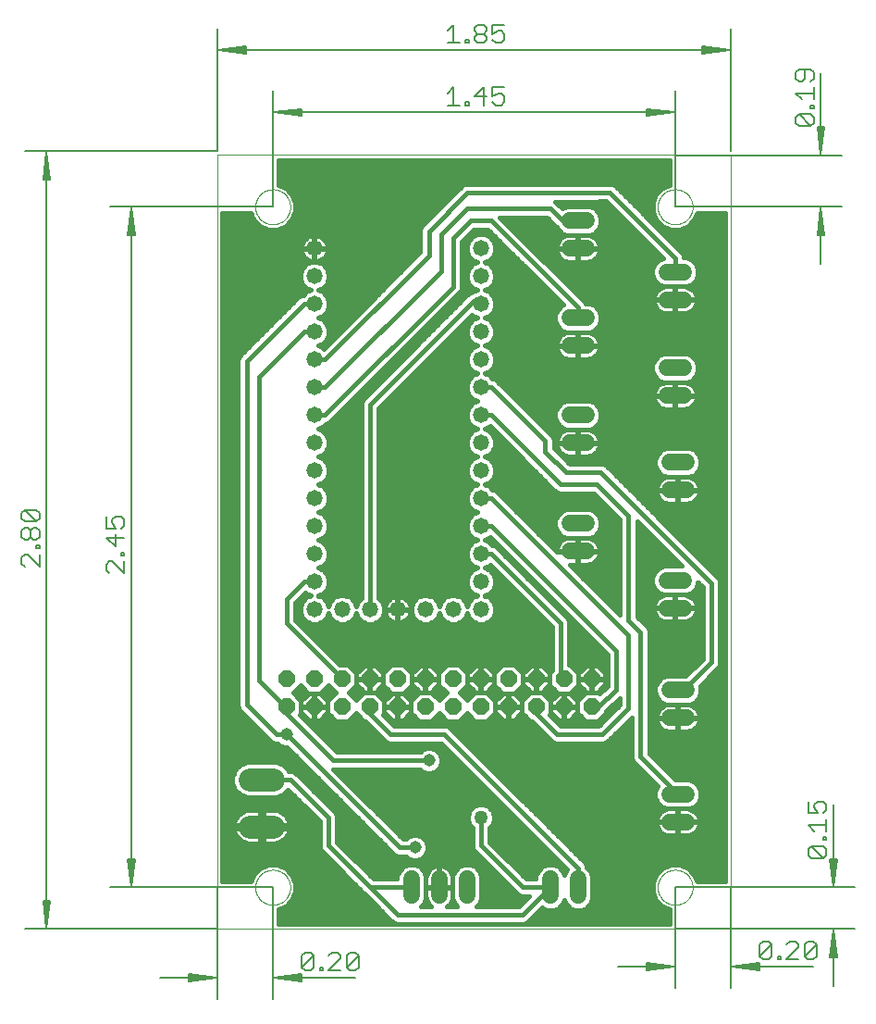
<source format=gbl>
G75*
%MOIN*%
%OFA0B0*%
%FSLAX25Y25*%
%IPPOS*%
%LPD*%
%AMOC8*
5,1,8,0,0,1.08239X$1,22.5*
%
%ADD10C,0.00000*%
%ADD11C,0.00512*%
%ADD12C,0.00600*%
%ADD13C,0.06000*%
%ADD14OC8,0.06000*%
%ADD15C,0.05800*%
%ADD16C,0.08268*%
%ADD17C,0.01800*%
%ADD18C,0.01600*%
%ADD19C,0.04500*%
%ADD20C,0.05000*%
D10*
X0074095Y0026433D02*
X0074095Y0305134D01*
X0259016Y0305134D01*
X0259016Y0026433D01*
X0074095Y0026433D01*
X0087796Y0041433D02*
X0087798Y0041591D01*
X0087804Y0041749D01*
X0087814Y0041907D01*
X0087828Y0042065D01*
X0087846Y0042222D01*
X0087867Y0042379D01*
X0087893Y0042535D01*
X0087923Y0042691D01*
X0087956Y0042846D01*
X0087994Y0042999D01*
X0088035Y0043152D01*
X0088080Y0043304D01*
X0088129Y0043455D01*
X0088182Y0043604D01*
X0088238Y0043752D01*
X0088298Y0043898D01*
X0088362Y0044043D01*
X0088430Y0044186D01*
X0088501Y0044328D01*
X0088575Y0044468D01*
X0088653Y0044605D01*
X0088735Y0044741D01*
X0088819Y0044875D01*
X0088908Y0045006D01*
X0088999Y0045135D01*
X0089094Y0045262D01*
X0089191Y0045387D01*
X0089292Y0045509D01*
X0089396Y0045628D01*
X0089503Y0045745D01*
X0089613Y0045859D01*
X0089726Y0045970D01*
X0089841Y0046079D01*
X0089959Y0046184D01*
X0090080Y0046286D01*
X0090203Y0046386D01*
X0090329Y0046482D01*
X0090457Y0046575D01*
X0090587Y0046665D01*
X0090720Y0046751D01*
X0090855Y0046835D01*
X0090991Y0046914D01*
X0091130Y0046991D01*
X0091271Y0047063D01*
X0091413Y0047133D01*
X0091557Y0047198D01*
X0091703Y0047260D01*
X0091850Y0047318D01*
X0091999Y0047373D01*
X0092149Y0047424D01*
X0092300Y0047471D01*
X0092452Y0047514D01*
X0092605Y0047553D01*
X0092760Y0047589D01*
X0092915Y0047620D01*
X0093071Y0047648D01*
X0093227Y0047672D01*
X0093384Y0047692D01*
X0093542Y0047708D01*
X0093699Y0047720D01*
X0093858Y0047728D01*
X0094016Y0047732D01*
X0094174Y0047732D01*
X0094332Y0047728D01*
X0094491Y0047720D01*
X0094648Y0047708D01*
X0094806Y0047692D01*
X0094963Y0047672D01*
X0095119Y0047648D01*
X0095275Y0047620D01*
X0095430Y0047589D01*
X0095585Y0047553D01*
X0095738Y0047514D01*
X0095890Y0047471D01*
X0096041Y0047424D01*
X0096191Y0047373D01*
X0096340Y0047318D01*
X0096487Y0047260D01*
X0096633Y0047198D01*
X0096777Y0047133D01*
X0096919Y0047063D01*
X0097060Y0046991D01*
X0097199Y0046914D01*
X0097335Y0046835D01*
X0097470Y0046751D01*
X0097603Y0046665D01*
X0097733Y0046575D01*
X0097861Y0046482D01*
X0097987Y0046386D01*
X0098110Y0046286D01*
X0098231Y0046184D01*
X0098349Y0046079D01*
X0098464Y0045970D01*
X0098577Y0045859D01*
X0098687Y0045745D01*
X0098794Y0045628D01*
X0098898Y0045509D01*
X0098999Y0045387D01*
X0099096Y0045262D01*
X0099191Y0045135D01*
X0099282Y0045006D01*
X0099371Y0044875D01*
X0099455Y0044741D01*
X0099537Y0044605D01*
X0099615Y0044468D01*
X0099689Y0044328D01*
X0099760Y0044186D01*
X0099828Y0044043D01*
X0099892Y0043898D01*
X0099952Y0043752D01*
X0100008Y0043604D01*
X0100061Y0043455D01*
X0100110Y0043304D01*
X0100155Y0043152D01*
X0100196Y0042999D01*
X0100234Y0042846D01*
X0100267Y0042691D01*
X0100297Y0042535D01*
X0100323Y0042379D01*
X0100344Y0042222D01*
X0100362Y0042065D01*
X0100376Y0041907D01*
X0100386Y0041749D01*
X0100392Y0041591D01*
X0100394Y0041433D01*
X0100392Y0041275D01*
X0100386Y0041117D01*
X0100376Y0040959D01*
X0100362Y0040801D01*
X0100344Y0040644D01*
X0100323Y0040487D01*
X0100297Y0040331D01*
X0100267Y0040175D01*
X0100234Y0040020D01*
X0100196Y0039867D01*
X0100155Y0039714D01*
X0100110Y0039562D01*
X0100061Y0039411D01*
X0100008Y0039262D01*
X0099952Y0039114D01*
X0099892Y0038968D01*
X0099828Y0038823D01*
X0099760Y0038680D01*
X0099689Y0038538D01*
X0099615Y0038398D01*
X0099537Y0038261D01*
X0099455Y0038125D01*
X0099371Y0037991D01*
X0099282Y0037860D01*
X0099191Y0037731D01*
X0099096Y0037604D01*
X0098999Y0037479D01*
X0098898Y0037357D01*
X0098794Y0037238D01*
X0098687Y0037121D01*
X0098577Y0037007D01*
X0098464Y0036896D01*
X0098349Y0036787D01*
X0098231Y0036682D01*
X0098110Y0036580D01*
X0097987Y0036480D01*
X0097861Y0036384D01*
X0097733Y0036291D01*
X0097603Y0036201D01*
X0097470Y0036115D01*
X0097335Y0036031D01*
X0097199Y0035952D01*
X0097060Y0035875D01*
X0096919Y0035803D01*
X0096777Y0035733D01*
X0096633Y0035668D01*
X0096487Y0035606D01*
X0096340Y0035548D01*
X0096191Y0035493D01*
X0096041Y0035442D01*
X0095890Y0035395D01*
X0095738Y0035352D01*
X0095585Y0035313D01*
X0095430Y0035277D01*
X0095275Y0035246D01*
X0095119Y0035218D01*
X0094963Y0035194D01*
X0094806Y0035174D01*
X0094648Y0035158D01*
X0094491Y0035146D01*
X0094332Y0035138D01*
X0094174Y0035134D01*
X0094016Y0035134D01*
X0093858Y0035138D01*
X0093699Y0035146D01*
X0093542Y0035158D01*
X0093384Y0035174D01*
X0093227Y0035194D01*
X0093071Y0035218D01*
X0092915Y0035246D01*
X0092760Y0035277D01*
X0092605Y0035313D01*
X0092452Y0035352D01*
X0092300Y0035395D01*
X0092149Y0035442D01*
X0091999Y0035493D01*
X0091850Y0035548D01*
X0091703Y0035606D01*
X0091557Y0035668D01*
X0091413Y0035733D01*
X0091271Y0035803D01*
X0091130Y0035875D01*
X0090991Y0035952D01*
X0090855Y0036031D01*
X0090720Y0036115D01*
X0090587Y0036201D01*
X0090457Y0036291D01*
X0090329Y0036384D01*
X0090203Y0036480D01*
X0090080Y0036580D01*
X0089959Y0036682D01*
X0089841Y0036787D01*
X0089726Y0036896D01*
X0089613Y0037007D01*
X0089503Y0037121D01*
X0089396Y0037238D01*
X0089292Y0037357D01*
X0089191Y0037479D01*
X0089094Y0037604D01*
X0088999Y0037731D01*
X0088908Y0037860D01*
X0088819Y0037991D01*
X0088735Y0038125D01*
X0088653Y0038261D01*
X0088575Y0038398D01*
X0088501Y0038538D01*
X0088430Y0038680D01*
X0088362Y0038823D01*
X0088298Y0038968D01*
X0088238Y0039114D01*
X0088182Y0039262D01*
X0088129Y0039411D01*
X0088080Y0039562D01*
X0088035Y0039714D01*
X0087994Y0039867D01*
X0087956Y0040020D01*
X0087923Y0040175D01*
X0087893Y0040331D01*
X0087867Y0040487D01*
X0087846Y0040644D01*
X0087828Y0040801D01*
X0087814Y0040959D01*
X0087804Y0041117D01*
X0087798Y0041275D01*
X0087796Y0041433D01*
X0232796Y0041433D02*
X0232798Y0041591D01*
X0232804Y0041749D01*
X0232814Y0041907D01*
X0232828Y0042065D01*
X0232846Y0042222D01*
X0232867Y0042379D01*
X0232893Y0042535D01*
X0232923Y0042691D01*
X0232956Y0042846D01*
X0232994Y0042999D01*
X0233035Y0043152D01*
X0233080Y0043304D01*
X0233129Y0043455D01*
X0233182Y0043604D01*
X0233238Y0043752D01*
X0233298Y0043898D01*
X0233362Y0044043D01*
X0233430Y0044186D01*
X0233501Y0044328D01*
X0233575Y0044468D01*
X0233653Y0044605D01*
X0233735Y0044741D01*
X0233819Y0044875D01*
X0233908Y0045006D01*
X0233999Y0045135D01*
X0234094Y0045262D01*
X0234191Y0045387D01*
X0234292Y0045509D01*
X0234396Y0045628D01*
X0234503Y0045745D01*
X0234613Y0045859D01*
X0234726Y0045970D01*
X0234841Y0046079D01*
X0234959Y0046184D01*
X0235080Y0046286D01*
X0235203Y0046386D01*
X0235329Y0046482D01*
X0235457Y0046575D01*
X0235587Y0046665D01*
X0235720Y0046751D01*
X0235855Y0046835D01*
X0235991Y0046914D01*
X0236130Y0046991D01*
X0236271Y0047063D01*
X0236413Y0047133D01*
X0236557Y0047198D01*
X0236703Y0047260D01*
X0236850Y0047318D01*
X0236999Y0047373D01*
X0237149Y0047424D01*
X0237300Y0047471D01*
X0237452Y0047514D01*
X0237605Y0047553D01*
X0237760Y0047589D01*
X0237915Y0047620D01*
X0238071Y0047648D01*
X0238227Y0047672D01*
X0238384Y0047692D01*
X0238542Y0047708D01*
X0238699Y0047720D01*
X0238858Y0047728D01*
X0239016Y0047732D01*
X0239174Y0047732D01*
X0239332Y0047728D01*
X0239491Y0047720D01*
X0239648Y0047708D01*
X0239806Y0047692D01*
X0239963Y0047672D01*
X0240119Y0047648D01*
X0240275Y0047620D01*
X0240430Y0047589D01*
X0240585Y0047553D01*
X0240738Y0047514D01*
X0240890Y0047471D01*
X0241041Y0047424D01*
X0241191Y0047373D01*
X0241340Y0047318D01*
X0241487Y0047260D01*
X0241633Y0047198D01*
X0241777Y0047133D01*
X0241919Y0047063D01*
X0242060Y0046991D01*
X0242199Y0046914D01*
X0242335Y0046835D01*
X0242470Y0046751D01*
X0242603Y0046665D01*
X0242733Y0046575D01*
X0242861Y0046482D01*
X0242987Y0046386D01*
X0243110Y0046286D01*
X0243231Y0046184D01*
X0243349Y0046079D01*
X0243464Y0045970D01*
X0243577Y0045859D01*
X0243687Y0045745D01*
X0243794Y0045628D01*
X0243898Y0045509D01*
X0243999Y0045387D01*
X0244096Y0045262D01*
X0244191Y0045135D01*
X0244282Y0045006D01*
X0244371Y0044875D01*
X0244455Y0044741D01*
X0244537Y0044605D01*
X0244615Y0044468D01*
X0244689Y0044328D01*
X0244760Y0044186D01*
X0244828Y0044043D01*
X0244892Y0043898D01*
X0244952Y0043752D01*
X0245008Y0043604D01*
X0245061Y0043455D01*
X0245110Y0043304D01*
X0245155Y0043152D01*
X0245196Y0042999D01*
X0245234Y0042846D01*
X0245267Y0042691D01*
X0245297Y0042535D01*
X0245323Y0042379D01*
X0245344Y0042222D01*
X0245362Y0042065D01*
X0245376Y0041907D01*
X0245386Y0041749D01*
X0245392Y0041591D01*
X0245394Y0041433D01*
X0245392Y0041275D01*
X0245386Y0041117D01*
X0245376Y0040959D01*
X0245362Y0040801D01*
X0245344Y0040644D01*
X0245323Y0040487D01*
X0245297Y0040331D01*
X0245267Y0040175D01*
X0245234Y0040020D01*
X0245196Y0039867D01*
X0245155Y0039714D01*
X0245110Y0039562D01*
X0245061Y0039411D01*
X0245008Y0039262D01*
X0244952Y0039114D01*
X0244892Y0038968D01*
X0244828Y0038823D01*
X0244760Y0038680D01*
X0244689Y0038538D01*
X0244615Y0038398D01*
X0244537Y0038261D01*
X0244455Y0038125D01*
X0244371Y0037991D01*
X0244282Y0037860D01*
X0244191Y0037731D01*
X0244096Y0037604D01*
X0243999Y0037479D01*
X0243898Y0037357D01*
X0243794Y0037238D01*
X0243687Y0037121D01*
X0243577Y0037007D01*
X0243464Y0036896D01*
X0243349Y0036787D01*
X0243231Y0036682D01*
X0243110Y0036580D01*
X0242987Y0036480D01*
X0242861Y0036384D01*
X0242733Y0036291D01*
X0242603Y0036201D01*
X0242470Y0036115D01*
X0242335Y0036031D01*
X0242199Y0035952D01*
X0242060Y0035875D01*
X0241919Y0035803D01*
X0241777Y0035733D01*
X0241633Y0035668D01*
X0241487Y0035606D01*
X0241340Y0035548D01*
X0241191Y0035493D01*
X0241041Y0035442D01*
X0240890Y0035395D01*
X0240738Y0035352D01*
X0240585Y0035313D01*
X0240430Y0035277D01*
X0240275Y0035246D01*
X0240119Y0035218D01*
X0239963Y0035194D01*
X0239806Y0035174D01*
X0239648Y0035158D01*
X0239491Y0035146D01*
X0239332Y0035138D01*
X0239174Y0035134D01*
X0239016Y0035134D01*
X0238858Y0035138D01*
X0238699Y0035146D01*
X0238542Y0035158D01*
X0238384Y0035174D01*
X0238227Y0035194D01*
X0238071Y0035218D01*
X0237915Y0035246D01*
X0237760Y0035277D01*
X0237605Y0035313D01*
X0237452Y0035352D01*
X0237300Y0035395D01*
X0237149Y0035442D01*
X0236999Y0035493D01*
X0236850Y0035548D01*
X0236703Y0035606D01*
X0236557Y0035668D01*
X0236413Y0035733D01*
X0236271Y0035803D01*
X0236130Y0035875D01*
X0235991Y0035952D01*
X0235855Y0036031D01*
X0235720Y0036115D01*
X0235587Y0036201D01*
X0235457Y0036291D01*
X0235329Y0036384D01*
X0235203Y0036480D01*
X0235080Y0036580D01*
X0234959Y0036682D01*
X0234841Y0036787D01*
X0234726Y0036896D01*
X0234613Y0037007D01*
X0234503Y0037121D01*
X0234396Y0037238D01*
X0234292Y0037357D01*
X0234191Y0037479D01*
X0234094Y0037604D01*
X0233999Y0037731D01*
X0233908Y0037860D01*
X0233819Y0037991D01*
X0233735Y0038125D01*
X0233653Y0038261D01*
X0233575Y0038398D01*
X0233501Y0038538D01*
X0233430Y0038680D01*
X0233362Y0038823D01*
X0233298Y0038968D01*
X0233238Y0039114D01*
X0233182Y0039262D01*
X0233129Y0039411D01*
X0233080Y0039562D01*
X0233035Y0039714D01*
X0232994Y0039867D01*
X0232956Y0040020D01*
X0232923Y0040175D01*
X0232893Y0040331D01*
X0232867Y0040487D01*
X0232846Y0040644D01*
X0232828Y0040801D01*
X0232814Y0040959D01*
X0232804Y0041117D01*
X0232798Y0041275D01*
X0232796Y0041433D01*
X0232796Y0286433D02*
X0232798Y0286591D01*
X0232804Y0286749D01*
X0232814Y0286907D01*
X0232828Y0287065D01*
X0232846Y0287222D01*
X0232867Y0287379D01*
X0232893Y0287535D01*
X0232923Y0287691D01*
X0232956Y0287846D01*
X0232994Y0287999D01*
X0233035Y0288152D01*
X0233080Y0288304D01*
X0233129Y0288455D01*
X0233182Y0288604D01*
X0233238Y0288752D01*
X0233298Y0288898D01*
X0233362Y0289043D01*
X0233430Y0289186D01*
X0233501Y0289328D01*
X0233575Y0289468D01*
X0233653Y0289605D01*
X0233735Y0289741D01*
X0233819Y0289875D01*
X0233908Y0290006D01*
X0233999Y0290135D01*
X0234094Y0290262D01*
X0234191Y0290387D01*
X0234292Y0290509D01*
X0234396Y0290628D01*
X0234503Y0290745D01*
X0234613Y0290859D01*
X0234726Y0290970D01*
X0234841Y0291079D01*
X0234959Y0291184D01*
X0235080Y0291286D01*
X0235203Y0291386D01*
X0235329Y0291482D01*
X0235457Y0291575D01*
X0235587Y0291665D01*
X0235720Y0291751D01*
X0235855Y0291835D01*
X0235991Y0291914D01*
X0236130Y0291991D01*
X0236271Y0292063D01*
X0236413Y0292133D01*
X0236557Y0292198D01*
X0236703Y0292260D01*
X0236850Y0292318D01*
X0236999Y0292373D01*
X0237149Y0292424D01*
X0237300Y0292471D01*
X0237452Y0292514D01*
X0237605Y0292553D01*
X0237760Y0292589D01*
X0237915Y0292620D01*
X0238071Y0292648D01*
X0238227Y0292672D01*
X0238384Y0292692D01*
X0238542Y0292708D01*
X0238699Y0292720D01*
X0238858Y0292728D01*
X0239016Y0292732D01*
X0239174Y0292732D01*
X0239332Y0292728D01*
X0239491Y0292720D01*
X0239648Y0292708D01*
X0239806Y0292692D01*
X0239963Y0292672D01*
X0240119Y0292648D01*
X0240275Y0292620D01*
X0240430Y0292589D01*
X0240585Y0292553D01*
X0240738Y0292514D01*
X0240890Y0292471D01*
X0241041Y0292424D01*
X0241191Y0292373D01*
X0241340Y0292318D01*
X0241487Y0292260D01*
X0241633Y0292198D01*
X0241777Y0292133D01*
X0241919Y0292063D01*
X0242060Y0291991D01*
X0242199Y0291914D01*
X0242335Y0291835D01*
X0242470Y0291751D01*
X0242603Y0291665D01*
X0242733Y0291575D01*
X0242861Y0291482D01*
X0242987Y0291386D01*
X0243110Y0291286D01*
X0243231Y0291184D01*
X0243349Y0291079D01*
X0243464Y0290970D01*
X0243577Y0290859D01*
X0243687Y0290745D01*
X0243794Y0290628D01*
X0243898Y0290509D01*
X0243999Y0290387D01*
X0244096Y0290262D01*
X0244191Y0290135D01*
X0244282Y0290006D01*
X0244371Y0289875D01*
X0244455Y0289741D01*
X0244537Y0289605D01*
X0244615Y0289468D01*
X0244689Y0289328D01*
X0244760Y0289186D01*
X0244828Y0289043D01*
X0244892Y0288898D01*
X0244952Y0288752D01*
X0245008Y0288604D01*
X0245061Y0288455D01*
X0245110Y0288304D01*
X0245155Y0288152D01*
X0245196Y0287999D01*
X0245234Y0287846D01*
X0245267Y0287691D01*
X0245297Y0287535D01*
X0245323Y0287379D01*
X0245344Y0287222D01*
X0245362Y0287065D01*
X0245376Y0286907D01*
X0245386Y0286749D01*
X0245392Y0286591D01*
X0245394Y0286433D01*
X0245392Y0286275D01*
X0245386Y0286117D01*
X0245376Y0285959D01*
X0245362Y0285801D01*
X0245344Y0285644D01*
X0245323Y0285487D01*
X0245297Y0285331D01*
X0245267Y0285175D01*
X0245234Y0285020D01*
X0245196Y0284867D01*
X0245155Y0284714D01*
X0245110Y0284562D01*
X0245061Y0284411D01*
X0245008Y0284262D01*
X0244952Y0284114D01*
X0244892Y0283968D01*
X0244828Y0283823D01*
X0244760Y0283680D01*
X0244689Y0283538D01*
X0244615Y0283398D01*
X0244537Y0283261D01*
X0244455Y0283125D01*
X0244371Y0282991D01*
X0244282Y0282860D01*
X0244191Y0282731D01*
X0244096Y0282604D01*
X0243999Y0282479D01*
X0243898Y0282357D01*
X0243794Y0282238D01*
X0243687Y0282121D01*
X0243577Y0282007D01*
X0243464Y0281896D01*
X0243349Y0281787D01*
X0243231Y0281682D01*
X0243110Y0281580D01*
X0242987Y0281480D01*
X0242861Y0281384D01*
X0242733Y0281291D01*
X0242603Y0281201D01*
X0242470Y0281115D01*
X0242335Y0281031D01*
X0242199Y0280952D01*
X0242060Y0280875D01*
X0241919Y0280803D01*
X0241777Y0280733D01*
X0241633Y0280668D01*
X0241487Y0280606D01*
X0241340Y0280548D01*
X0241191Y0280493D01*
X0241041Y0280442D01*
X0240890Y0280395D01*
X0240738Y0280352D01*
X0240585Y0280313D01*
X0240430Y0280277D01*
X0240275Y0280246D01*
X0240119Y0280218D01*
X0239963Y0280194D01*
X0239806Y0280174D01*
X0239648Y0280158D01*
X0239491Y0280146D01*
X0239332Y0280138D01*
X0239174Y0280134D01*
X0239016Y0280134D01*
X0238858Y0280138D01*
X0238699Y0280146D01*
X0238542Y0280158D01*
X0238384Y0280174D01*
X0238227Y0280194D01*
X0238071Y0280218D01*
X0237915Y0280246D01*
X0237760Y0280277D01*
X0237605Y0280313D01*
X0237452Y0280352D01*
X0237300Y0280395D01*
X0237149Y0280442D01*
X0236999Y0280493D01*
X0236850Y0280548D01*
X0236703Y0280606D01*
X0236557Y0280668D01*
X0236413Y0280733D01*
X0236271Y0280803D01*
X0236130Y0280875D01*
X0235991Y0280952D01*
X0235855Y0281031D01*
X0235720Y0281115D01*
X0235587Y0281201D01*
X0235457Y0281291D01*
X0235329Y0281384D01*
X0235203Y0281480D01*
X0235080Y0281580D01*
X0234959Y0281682D01*
X0234841Y0281787D01*
X0234726Y0281896D01*
X0234613Y0282007D01*
X0234503Y0282121D01*
X0234396Y0282238D01*
X0234292Y0282357D01*
X0234191Y0282479D01*
X0234094Y0282604D01*
X0233999Y0282731D01*
X0233908Y0282860D01*
X0233819Y0282991D01*
X0233735Y0283125D01*
X0233653Y0283261D01*
X0233575Y0283398D01*
X0233501Y0283538D01*
X0233430Y0283680D01*
X0233362Y0283823D01*
X0233298Y0283968D01*
X0233238Y0284114D01*
X0233182Y0284262D01*
X0233129Y0284411D01*
X0233080Y0284562D01*
X0233035Y0284714D01*
X0232994Y0284867D01*
X0232956Y0285020D01*
X0232923Y0285175D01*
X0232893Y0285331D01*
X0232867Y0285487D01*
X0232846Y0285644D01*
X0232828Y0285801D01*
X0232814Y0285959D01*
X0232804Y0286117D01*
X0232798Y0286275D01*
X0232796Y0286433D01*
X0087796Y0286433D02*
X0087798Y0286591D01*
X0087804Y0286749D01*
X0087814Y0286907D01*
X0087828Y0287065D01*
X0087846Y0287222D01*
X0087867Y0287379D01*
X0087893Y0287535D01*
X0087923Y0287691D01*
X0087956Y0287846D01*
X0087994Y0287999D01*
X0088035Y0288152D01*
X0088080Y0288304D01*
X0088129Y0288455D01*
X0088182Y0288604D01*
X0088238Y0288752D01*
X0088298Y0288898D01*
X0088362Y0289043D01*
X0088430Y0289186D01*
X0088501Y0289328D01*
X0088575Y0289468D01*
X0088653Y0289605D01*
X0088735Y0289741D01*
X0088819Y0289875D01*
X0088908Y0290006D01*
X0088999Y0290135D01*
X0089094Y0290262D01*
X0089191Y0290387D01*
X0089292Y0290509D01*
X0089396Y0290628D01*
X0089503Y0290745D01*
X0089613Y0290859D01*
X0089726Y0290970D01*
X0089841Y0291079D01*
X0089959Y0291184D01*
X0090080Y0291286D01*
X0090203Y0291386D01*
X0090329Y0291482D01*
X0090457Y0291575D01*
X0090587Y0291665D01*
X0090720Y0291751D01*
X0090855Y0291835D01*
X0090991Y0291914D01*
X0091130Y0291991D01*
X0091271Y0292063D01*
X0091413Y0292133D01*
X0091557Y0292198D01*
X0091703Y0292260D01*
X0091850Y0292318D01*
X0091999Y0292373D01*
X0092149Y0292424D01*
X0092300Y0292471D01*
X0092452Y0292514D01*
X0092605Y0292553D01*
X0092760Y0292589D01*
X0092915Y0292620D01*
X0093071Y0292648D01*
X0093227Y0292672D01*
X0093384Y0292692D01*
X0093542Y0292708D01*
X0093699Y0292720D01*
X0093858Y0292728D01*
X0094016Y0292732D01*
X0094174Y0292732D01*
X0094332Y0292728D01*
X0094491Y0292720D01*
X0094648Y0292708D01*
X0094806Y0292692D01*
X0094963Y0292672D01*
X0095119Y0292648D01*
X0095275Y0292620D01*
X0095430Y0292589D01*
X0095585Y0292553D01*
X0095738Y0292514D01*
X0095890Y0292471D01*
X0096041Y0292424D01*
X0096191Y0292373D01*
X0096340Y0292318D01*
X0096487Y0292260D01*
X0096633Y0292198D01*
X0096777Y0292133D01*
X0096919Y0292063D01*
X0097060Y0291991D01*
X0097199Y0291914D01*
X0097335Y0291835D01*
X0097470Y0291751D01*
X0097603Y0291665D01*
X0097733Y0291575D01*
X0097861Y0291482D01*
X0097987Y0291386D01*
X0098110Y0291286D01*
X0098231Y0291184D01*
X0098349Y0291079D01*
X0098464Y0290970D01*
X0098577Y0290859D01*
X0098687Y0290745D01*
X0098794Y0290628D01*
X0098898Y0290509D01*
X0098999Y0290387D01*
X0099096Y0290262D01*
X0099191Y0290135D01*
X0099282Y0290006D01*
X0099371Y0289875D01*
X0099455Y0289741D01*
X0099537Y0289605D01*
X0099615Y0289468D01*
X0099689Y0289328D01*
X0099760Y0289186D01*
X0099828Y0289043D01*
X0099892Y0288898D01*
X0099952Y0288752D01*
X0100008Y0288604D01*
X0100061Y0288455D01*
X0100110Y0288304D01*
X0100155Y0288152D01*
X0100196Y0287999D01*
X0100234Y0287846D01*
X0100267Y0287691D01*
X0100297Y0287535D01*
X0100323Y0287379D01*
X0100344Y0287222D01*
X0100362Y0287065D01*
X0100376Y0286907D01*
X0100386Y0286749D01*
X0100392Y0286591D01*
X0100394Y0286433D01*
X0100392Y0286275D01*
X0100386Y0286117D01*
X0100376Y0285959D01*
X0100362Y0285801D01*
X0100344Y0285644D01*
X0100323Y0285487D01*
X0100297Y0285331D01*
X0100267Y0285175D01*
X0100234Y0285020D01*
X0100196Y0284867D01*
X0100155Y0284714D01*
X0100110Y0284562D01*
X0100061Y0284411D01*
X0100008Y0284262D01*
X0099952Y0284114D01*
X0099892Y0283968D01*
X0099828Y0283823D01*
X0099760Y0283680D01*
X0099689Y0283538D01*
X0099615Y0283398D01*
X0099537Y0283261D01*
X0099455Y0283125D01*
X0099371Y0282991D01*
X0099282Y0282860D01*
X0099191Y0282731D01*
X0099096Y0282604D01*
X0098999Y0282479D01*
X0098898Y0282357D01*
X0098794Y0282238D01*
X0098687Y0282121D01*
X0098577Y0282007D01*
X0098464Y0281896D01*
X0098349Y0281787D01*
X0098231Y0281682D01*
X0098110Y0281580D01*
X0097987Y0281480D01*
X0097861Y0281384D01*
X0097733Y0281291D01*
X0097603Y0281201D01*
X0097470Y0281115D01*
X0097335Y0281031D01*
X0097199Y0280952D01*
X0097060Y0280875D01*
X0096919Y0280803D01*
X0096777Y0280733D01*
X0096633Y0280668D01*
X0096487Y0280606D01*
X0096340Y0280548D01*
X0096191Y0280493D01*
X0096041Y0280442D01*
X0095890Y0280395D01*
X0095738Y0280352D01*
X0095585Y0280313D01*
X0095430Y0280277D01*
X0095275Y0280246D01*
X0095119Y0280218D01*
X0094963Y0280194D01*
X0094806Y0280174D01*
X0094648Y0280158D01*
X0094491Y0280146D01*
X0094332Y0280138D01*
X0094174Y0280134D01*
X0094016Y0280134D01*
X0093858Y0280138D01*
X0093699Y0280146D01*
X0093542Y0280158D01*
X0093384Y0280174D01*
X0093227Y0280194D01*
X0093071Y0280218D01*
X0092915Y0280246D01*
X0092760Y0280277D01*
X0092605Y0280313D01*
X0092452Y0280352D01*
X0092300Y0280395D01*
X0092149Y0280442D01*
X0091999Y0280493D01*
X0091850Y0280548D01*
X0091703Y0280606D01*
X0091557Y0280668D01*
X0091413Y0280733D01*
X0091271Y0280803D01*
X0091130Y0280875D01*
X0090991Y0280952D01*
X0090855Y0281031D01*
X0090720Y0281115D01*
X0090587Y0281201D01*
X0090457Y0281291D01*
X0090329Y0281384D01*
X0090203Y0281480D01*
X0090080Y0281580D01*
X0089959Y0281682D01*
X0089841Y0281787D01*
X0089726Y0281896D01*
X0089613Y0282007D01*
X0089503Y0282121D01*
X0089396Y0282238D01*
X0089292Y0282357D01*
X0089191Y0282479D01*
X0089094Y0282604D01*
X0088999Y0282731D01*
X0088908Y0282860D01*
X0088819Y0282991D01*
X0088735Y0283125D01*
X0088653Y0283261D01*
X0088575Y0283398D01*
X0088501Y0283538D01*
X0088430Y0283680D01*
X0088362Y0283823D01*
X0088298Y0283968D01*
X0088238Y0284114D01*
X0088182Y0284262D01*
X0088129Y0284411D01*
X0088080Y0284562D01*
X0088035Y0284714D01*
X0087994Y0284867D01*
X0087956Y0285020D01*
X0087923Y0285175D01*
X0087893Y0285331D01*
X0087867Y0285487D01*
X0087846Y0285644D01*
X0087828Y0285801D01*
X0087814Y0285959D01*
X0087804Y0286117D01*
X0087798Y0286275D01*
X0087796Y0286433D01*
D11*
X0074095Y0026433D02*
X0004918Y0026433D01*
X0012595Y0026689D02*
X0011572Y0036669D01*
X0011338Y0036669D02*
X0013852Y0036669D01*
X0012595Y0026689D01*
X0013619Y0036669D01*
X0013107Y0036669D02*
X0012595Y0026689D01*
X0012083Y0036669D01*
X0011338Y0036669D02*
X0012595Y0026689D01*
X0012595Y0306177D01*
X0013619Y0296197D01*
X0013852Y0296197D02*
X0012595Y0306177D01*
X0011572Y0296197D01*
X0011338Y0296197D02*
X0013852Y0296197D01*
X0013107Y0296197D02*
X0012595Y0306177D01*
X0012083Y0296197D01*
X0011338Y0296197D02*
X0012595Y0306177D01*
X0004918Y0306433D02*
X0074095Y0306433D01*
X0074095Y0350610D01*
X0074351Y0342933D02*
X0084331Y0341909D01*
X0084331Y0341676D02*
X0074351Y0342933D01*
X0084331Y0343957D01*
X0084331Y0344190D02*
X0084331Y0341676D01*
X0084331Y0342421D02*
X0074351Y0342933D01*
X0084331Y0343445D01*
X0084331Y0344190D02*
X0074351Y0342933D01*
X0258839Y0342933D01*
X0248859Y0341909D01*
X0248859Y0341676D02*
X0258839Y0342933D01*
X0248859Y0343957D01*
X0248859Y0344190D02*
X0248859Y0341676D01*
X0248859Y0342421D02*
X0258839Y0342933D01*
X0248859Y0343445D01*
X0248859Y0344190D02*
X0258839Y0342933D01*
X0259095Y0350610D02*
X0259095Y0306433D01*
X0239095Y0304933D02*
X0299272Y0304933D01*
X0291595Y0305189D02*
X0292619Y0315169D01*
X0292852Y0315169D02*
X0290338Y0315169D01*
X0291595Y0305189D01*
X0290572Y0315169D01*
X0291083Y0315169D02*
X0291595Y0305189D01*
X0292107Y0315169D01*
X0292852Y0315169D02*
X0291595Y0305189D01*
X0291595Y0334673D01*
X0291595Y0286177D02*
X0292619Y0276197D01*
X0292852Y0276197D02*
X0290338Y0276197D01*
X0291595Y0286177D01*
X0290572Y0276197D01*
X0291083Y0276197D02*
X0291595Y0286177D01*
X0292107Y0276197D01*
X0292852Y0276197D02*
X0291595Y0286177D01*
X0291595Y0265961D01*
X0299272Y0286433D02*
X0239095Y0286433D01*
X0239095Y0328110D01*
X0238839Y0320433D02*
X0228859Y0319409D01*
X0228859Y0319176D02*
X0238839Y0320433D01*
X0228859Y0321457D01*
X0228859Y0321690D02*
X0228859Y0319176D01*
X0228859Y0319921D02*
X0238839Y0320433D01*
X0228859Y0320945D01*
X0228859Y0321690D02*
X0238839Y0320433D01*
X0094351Y0320433D01*
X0104331Y0319409D01*
X0104331Y0319176D02*
X0094351Y0320433D01*
X0104331Y0321457D01*
X0104331Y0321690D02*
X0104331Y0319176D01*
X0104331Y0319921D02*
X0094351Y0320433D01*
X0104331Y0320945D01*
X0104331Y0321690D02*
X0094351Y0320433D01*
X0094095Y0328110D02*
X0094095Y0286433D01*
X0035418Y0286433D01*
X0043095Y0286177D02*
X0042072Y0276197D01*
X0041838Y0276197D02*
X0044352Y0276197D01*
X0043095Y0286177D01*
X0044119Y0276197D01*
X0043607Y0276197D02*
X0043095Y0286177D01*
X0042583Y0276197D01*
X0041838Y0276197D02*
X0043095Y0286177D01*
X0043095Y0041689D01*
X0044119Y0051669D01*
X0044352Y0051669D02*
X0043095Y0041689D01*
X0042072Y0051669D01*
X0041838Y0051669D02*
X0044352Y0051669D01*
X0043607Y0051669D02*
X0043095Y0041689D01*
X0042583Y0051669D01*
X0041838Y0051669D02*
X0043095Y0041689D01*
X0035418Y0041433D02*
X0094095Y0041433D01*
X0094095Y0001256D01*
X0094351Y0008933D02*
X0104331Y0007909D01*
X0104331Y0007676D02*
X0094351Y0008933D01*
X0104331Y0009957D01*
X0104331Y0010190D02*
X0104331Y0007676D01*
X0104331Y0008421D02*
X0094351Y0008933D01*
X0104331Y0009445D01*
X0104331Y0010190D02*
X0094351Y0008933D01*
X0123835Y0008933D01*
X0073839Y0008933D02*
X0063859Y0007909D01*
X0063859Y0007676D02*
X0073839Y0008933D01*
X0063859Y0009957D01*
X0063859Y0010190D02*
X0063859Y0007676D01*
X0063859Y0008421D02*
X0073839Y0008933D01*
X0063859Y0009445D01*
X0063859Y0010190D02*
X0073839Y0008933D01*
X0053623Y0008933D01*
X0074095Y0001256D02*
X0074095Y0041433D01*
X0218623Y0012933D02*
X0238839Y0012933D01*
X0228859Y0011909D01*
X0228859Y0011676D02*
X0238839Y0012933D01*
X0228859Y0013957D01*
X0228859Y0014190D02*
X0228859Y0011676D01*
X0228859Y0012421D02*
X0238839Y0012933D01*
X0228859Y0013445D01*
X0228859Y0014190D02*
X0238839Y0012933D01*
X0239095Y0005256D02*
X0239095Y0041433D01*
X0303772Y0041433D01*
X0296095Y0041689D02*
X0297119Y0051669D01*
X0297352Y0051669D02*
X0296095Y0041689D01*
X0295072Y0051669D01*
X0294838Y0051669D02*
X0297352Y0051669D01*
X0296607Y0051669D02*
X0296095Y0041689D01*
X0295583Y0051669D01*
X0294838Y0051669D02*
X0296095Y0041689D01*
X0296095Y0071173D01*
X0296095Y0026177D02*
X0297119Y0016197D01*
X0297352Y0016197D02*
X0296095Y0026177D01*
X0295072Y0016197D01*
X0294838Y0016197D02*
X0297352Y0016197D01*
X0296607Y0016197D02*
X0296095Y0026177D01*
X0295583Y0016197D01*
X0294838Y0016197D02*
X0296095Y0026177D01*
X0296095Y0005961D01*
X0288835Y0012933D02*
X0259351Y0012933D01*
X0269331Y0011909D01*
X0269331Y0011676D02*
X0259351Y0012933D01*
X0269331Y0013957D01*
X0269331Y0014190D02*
X0269331Y0011676D01*
X0269331Y0012421D02*
X0259351Y0012933D01*
X0269331Y0013445D01*
X0269331Y0014190D02*
X0259351Y0012933D01*
X0259095Y0005256D02*
X0259095Y0041433D01*
X0239095Y0026433D02*
X0303772Y0026433D01*
D12*
X0290015Y0020833D02*
X0290015Y0016562D01*
X0288948Y0015495D01*
X0286813Y0015495D01*
X0285745Y0016562D01*
X0290015Y0020833D01*
X0288948Y0021900D01*
X0286813Y0021900D01*
X0285745Y0020833D01*
X0285745Y0016562D01*
X0283570Y0015495D02*
X0279300Y0015495D01*
X0283570Y0019765D01*
X0283570Y0020833D01*
X0282502Y0021900D01*
X0280367Y0021900D01*
X0279300Y0020833D01*
X0277144Y0016562D02*
X0277144Y0015495D01*
X0276077Y0015495D01*
X0276077Y0016562D01*
X0277144Y0016562D01*
X0273902Y0016562D02*
X0273902Y0020833D01*
X0269631Y0016562D01*
X0270699Y0015495D01*
X0272834Y0015495D01*
X0273902Y0016562D01*
X0269631Y0016562D02*
X0269631Y0020833D01*
X0270699Y0021900D01*
X0272834Y0021900D01*
X0273902Y0020833D01*
X0288195Y0051969D02*
X0287128Y0053037D01*
X0287128Y0055172D01*
X0288195Y0056240D01*
X0292466Y0051969D01*
X0293533Y0053037D01*
X0293533Y0055172D01*
X0292466Y0056240D01*
X0288195Y0056240D01*
X0288195Y0051969D02*
X0292466Y0051969D01*
X0292466Y0058415D02*
X0292466Y0059482D01*
X0293533Y0059482D01*
X0293533Y0058415D01*
X0292466Y0058415D01*
X0293533Y0061638D02*
X0293533Y0065908D01*
X0293533Y0063773D02*
X0287128Y0063773D01*
X0289263Y0061638D01*
X0290331Y0068083D02*
X0289263Y0070218D01*
X0289263Y0071286D01*
X0290331Y0072353D01*
X0292466Y0072353D01*
X0293533Y0071286D01*
X0293533Y0069151D01*
X0292466Y0068083D01*
X0290331Y0068083D02*
X0287128Y0068083D01*
X0287128Y0072353D01*
X0125015Y0016833D02*
X0125015Y0012562D01*
X0123948Y0011495D01*
X0121813Y0011495D01*
X0120745Y0012562D01*
X0125015Y0016833D01*
X0123948Y0017900D01*
X0121813Y0017900D01*
X0120745Y0016833D01*
X0120745Y0012562D01*
X0118570Y0011495D02*
X0114300Y0011495D01*
X0118570Y0015765D01*
X0118570Y0016833D01*
X0117502Y0017900D01*
X0115367Y0017900D01*
X0114300Y0016833D01*
X0112144Y0012562D02*
X0112144Y0011495D01*
X0111077Y0011495D01*
X0111077Y0012562D01*
X0112144Y0012562D01*
X0108902Y0012562D02*
X0108902Y0016833D01*
X0104631Y0012562D01*
X0105699Y0011495D01*
X0107834Y0011495D01*
X0108902Y0012562D01*
X0104631Y0012562D02*
X0104631Y0016833D01*
X0105699Y0017900D01*
X0107834Y0017900D01*
X0108902Y0016833D01*
X0040533Y0154481D02*
X0036263Y0158752D01*
X0035195Y0158752D01*
X0034128Y0157684D01*
X0034128Y0155549D01*
X0035195Y0154481D01*
X0040533Y0154481D02*
X0040533Y0158752D01*
X0040533Y0160927D02*
X0039466Y0160927D01*
X0039466Y0161994D01*
X0040533Y0161994D01*
X0040533Y0160927D01*
X0037331Y0164150D02*
X0037331Y0168420D01*
X0037331Y0170595D02*
X0036263Y0172730D01*
X0036263Y0173798D01*
X0037331Y0174865D01*
X0039466Y0174865D01*
X0040533Y0173798D01*
X0040533Y0171663D01*
X0039466Y0170595D01*
X0037331Y0170595D02*
X0034128Y0170595D01*
X0034128Y0174865D01*
X0034128Y0167352D02*
X0037331Y0164150D01*
X0040533Y0167352D02*
X0034128Y0167352D01*
X0010033Y0167717D02*
X0008966Y0166650D01*
X0007898Y0166650D01*
X0006831Y0167717D01*
X0006831Y0169852D01*
X0007898Y0170920D01*
X0008966Y0170920D01*
X0010033Y0169852D01*
X0010033Y0167717D01*
X0006831Y0167717D02*
X0005763Y0166650D01*
X0004695Y0166650D01*
X0003628Y0167717D01*
X0003628Y0169852D01*
X0004695Y0170920D01*
X0005763Y0170920D01*
X0006831Y0169852D01*
X0008966Y0173095D02*
X0004695Y0173095D01*
X0003628Y0174163D01*
X0003628Y0176298D01*
X0004695Y0177365D01*
X0008966Y0173095D01*
X0010033Y0174163D01*
X0010033Y0176298D01*
X0008966Y0177365D01*
X0004695Y0177365D01*
X0008966Y0164494D02*
X0010033Y0164494D01*
X0010033Y0163427D01*
X0008966Y0163427D01*
X0008966Y0164494D01*
X0010033Y0161252D02*
X0010033Y0156981D01*
X0005763Y0161252D01*
X0004695Y0161252D01*
X0003628Y0160184D01*
X0003628Y0158049D01*
X0004695Y0156981D01*
X0157143Y0322995D02*
X0161414Y0322995D01*
X0159279Y0322995D02*
X0159279Y0329400D01*
X0157143Y0327265D01*
X0163589Y0324062D02*
X0163589Y0322995D01*
X0164657Y0322995D01*
X0164657Y0324062D01*
X0163589Y0324062D01*
X0166812Y0326198D02*
X0171082Y0326198D01*
X0173257Y0326198D02*
X0175392Y0327265D01*
X0176460Y0327265D01*
X0177528Y0326198D01*
X0177528Y0324062D01*
X0176460Y0322995D01*
X0174325Y0322995D01*
X0173257Y0324062D01*
X0173257Y0326198D02*
X0173257Y0329400D01*
X0177528Y0329400D01*
X0170014Y0329400D02*
X0170014Y0322995D01*
X0166812Y0326198D02*
X0170014Y0329400D01*
X0170014Y0345495D02*
X0167879Y0345495D01*
X0166812Y0346562D01*
X0166812Y0347630D01*
X0167879Y0348698D01*
X0170014Y0348698D01*
X0171082Y0347630D01*
X0171082Y0346562D01*
X0170014Y0345495D01*
X0170014Y0348698D02*
X0171082Y0349765D01*
X0171082Y0350833D01*
X0170014Y0351900D01*
X0167879Y0351900D01*
X0166812Y0350833D01*
X0166812Y0349765D01*
X0167879Y0348698D01*
X0173257Y0348698D02*
X0175392Y0349765D01*
X0176460Y0349765D01*
X0177528Y0348698D01*
X0177528Y0346562D01*
X0176460Y0345495D01*
X0174325Y0345495D01*
X0173257Y0346562D01*
X0173257Y0348698D02*
X0173257Y0351900D01*
X0177528Y0351900D01*
X0164657Y0346562D02*
X0164657Y0345495D01*
X0163589Y0345495D01*
X0163589Y0346562D01*
X0164657Y0346562D01*
X0161414Y0345495D02*
X0157143Y0345495D01*
X0159279Y0345495D02*
X0159279Y0351900D01*
X0157143Y0349765D01*
X0282628Y0334786D02*
X0282628Y0332651D01*
X0283695Y0331583D01*
X0284763Y0331583D01*
X0285831Y0332651D01*
X0285831Y0335853D01*
X0287966Y0335853D02*
X0283695Y0335853D01*
X0282628Y0334786D01*
X0287966Y0335853D02*
X0289033Y0334786D01*
X0289033Y0332651D01*
X0287966Y0331583D01*
X0289033Y0329408D02*
X0289033Y0325138D01*
X0289033Y0327273D02*
X0282628Y0327273D01*
X0284763Y0325138D01*
X0287966Y0322982D02*
X0289033Y0322982D01*
X0289033Y0321915D01*
X0287966Y0321915D01*
X0287966Y0322982D01*
X0287966Y0319740D02*
X0283695Y0319740D01*
X0287966Y0315469D01*
X0289033Y0316537D01*
X0289033Y0318672D01*
X0287966Y0319740D01*
X0283695Y0319740D02*
X0282628Y0318672D01*
X0282628Y0316537D01*
X0283695Y0315469D01*
X0287966Y0315469D01*
D13*
X0242095Y0262933D02*
X0236095Y0262933D01*
X0236095Y0252933D02*
X0242095Y0252933D01*
X0242095Y0228433D02*
X0236095Y0228433D01*
X0236095Y0218433D02*
X0242095Y0218433D01*
X0243095Y0194433D02*
X0237095Y0194433D01*
X0237095Y0184433D02*
X0243095Y0184433D01*
X0242095Y0151933D02*
X0236095Y0151933D01*
X0236095Y0141933D02*
X0242095Y0141933D01*
X0243095Y0112433D02*
X0237095Y0112433D01*
X0237095Y0102433D02*
X0243095Y0102433D01*
X0243095Y0074933D02*
X0237095Y0074933D01*
X0237095Y0064933D02*
X0243095Y0064933D01*
X0204095Y0044433D02*
X0204095Y0038433D01*
X0194095Y0038433D02*
X0194095Y0044433D01*
X0164095Y0044433D02*
X0164095Y0038433D01*
X0154095Y0038433D02*
X0154095Y0044433D01*
X0144095Y0044433D02*
X0144095Y0038433D01*
X0201095Y0162433D02*
X0207095Y0162433D01*
X0207095Y0172433D02*
X0201095Y0172433D01*
X0201095Y0201433D02*
X0207095Y0201433D01*
X0207095Y0211433D02*
X0201095Y0211433D01*
X0201095Y0236433D02*
X0207095Y0236433D01*
X0207095Y0246433D02*
X0201095Y0246433D01*
X0201095Y0271433D02*
X0207095Y0271433D01*
X0207095Y0281433D02*
X0201095Y0281433D01*
D14*
X0199095Y0116433D03*
X0199095Y0106433D03*
X0209095Y0106433D03*
X0209095Y0116433D03*
X0189095Y0116433D03*
X0179095Y0116433D03*
X0169095Y0116433D03*
X0159095Y0116433D03*
X0159095Y0106433D03*
X0169095Y0106433D03*
X0179095Y0106433D03*
X0189095Y0106433D03*
X0149095Y0106433D03*
X0139095Y0106433D03*
X0129095Y0106433D03*
X0119095Y0106433D03*
X0119095Y0116433D03*
X0129095Y0116433D03*
X0139095Y0116433D03*
X0149095Y0116433D03*
X0109095Y0116433D03*
X0099095Y0116433D03*
X0099095Y0106433D03*
X0109095Y0106433D03*
D15*
X0109095Y0141433D03*
X0109095Y0151433D03*
X0109095Y0161433D03*
X0109095Y0171433D03*
X0109095Y0181433D03*
X0109095Y0191433D03*
X0109095Y0201433D03*
X0109095Y0211433D03*
X0109095Y0221433D03*
X0109095Y0231433D03*
X0109095Y0241433D03*
X0109095Y0251433D03*
X0109095Y0261433D03*
X0109095Y0271433D03*
X0169095Y0271433D03*
X0169095Y0261433D03*
X0169095Y0251433D03*
X0169095Y0241433D03*
X0169095Y0231433D03*
X0169095Y0221433D03*
X0169095Y0211433D03*
X0169095Y0201433D03*
X0169095Y0191433D03*
X0169095Y0181433D03*
X0169095Y0171433D03*
X0169095Y0161433D03*
X0169095Y0151433D03*
X0169095Y0141433D03*
X0159095Y0141433D03*
X0149095Y0141433D03*
X0139095Y0141433D03*
X0129095Y0141433D03*
X0119095Y0141433D03*
D16*
X0094229Y0080201D02*
X0085961Y0080201D01*
X0085961Y0063272D02*
X0094229Y0063272D01*
D17*
X0090095Y0080201D02*
X0100327Y0080201D01*
X0114095Y0066433D01*
X0114095Y0056433D01*
X0129095Y0041433D01*
X0139095Y0031433D01*
X0184095Y0031433D01*
X0194095Y0041433D01*
X0184095Y0041433D01*
X0169095Y0056433D01*
X0169095Y0066433D01*
X0150345Y0087058D02*
X0115970Y0087058D01*
X0099095Y0103933D01*
X0099095Y0106433D01*
X0098470Y0106433D01*
X0089095Y0115808D01*
X0089095Y0225183D01*
X0105345Y0241433D01*
X0109095Y0241433D01*
X0109095Y0231433D02*
X0112845Y0231433D01*
X0150345Y0268933D01*
X0150345Y0277683D01*
X0164095Y0291433D01*
X0210970Y0291433D01*
X0215595Y0291433D02*
X0239095Y0267933D01*
X0239095Y0262933D01*
X0204095Y0250183D02*
X0204095Y0246433D01*
X0204095Y0250183D02*
X0172845Y0281433D01*
X0165345Y0281433D01*
X0159095Y0275183D01*
X0159095Y0257683D01*
X0112845Y0211433D01*
X0109095Y0211433D01*
X0109095Y0221433D02*
X0112845Y0221433D01*
X0154720Y0263308D01*
X0154720Y0276433D01*
X0164095Y0285808D01*
X0194095Y0285808D01*
X0198470Y0281433D01*
X0204095Y0281433D01*
X0169095Y0251433D02*
X0167845Y0252683D01*
X0166595Y0252683D01*
X0129095Y0215183D01*
X0129095Y0141433D01*
X0109095Y0151433D02*
X0105345Y0151433D01*
X0099095Y0145183D01*
X0099095Y0136433D01*
X0119095Y0116433D01*
X0129095Y0106433D02*
X0129095Y0103933D01*
X0136595Y0096433D01*
X0155970Y0096433D01*
X0204095Y0048308D01*
X0204095Y0041433D01*
X0240095Y0074933D02*
X0226595Y0088433D01*
X0226595Y0133308D01*
X0222220Y0137683D01*
X0222220Y0175183D01*
X0210970Y0186433D01*
X0197845Y0186433D01*
X0172845Y0211433D01*
X0169095Y0211433D01*
X0169095Y0221433D02*
X0172845Y0221433D01*
X0192220Y0202058D01*
X0192220Y0198308D01*
X0199720Y0190808D01*
X0212220Y0190808D01*
X0252095Y0150933D01*
X0252095Y0122433D01*
X0242095Y0112433D01*
X0240095Y0112433D01*
X0222220Y0105808D02*
X0222220Y0132058D01*
X0172845Y0181433D01*
X0169095Y0181433D01*
X0169095Y0171433D02*
X0172845Y0171433D01*
X0217845Y0126433D01*
X0217845Y0112683D01*
X0211595Y0106433D01*
X0209095Y0106433D01*
X0212845Y0096433D02*
X0196595Y0096433D01*
X0189095Y0103933D01*
X0189095Y0106433D01*
X0199095Y0116433D02*
X0197845Y0117683D01*
X0197845Y0136433D01*
X0172845Y0161433D01*
X0169095Y0161433D01*
X0222220Y0105808D02*
X0212845Y0096433D01*
X0145345Y0055808D02*
X0139720Y0055808D01*
X0099095Y0096433D01*
X0095345Y0096433D01*
X0084720Y0107058D01*
X0084720Y0230808D01*
X0105345Y0251433D01*
X0109095Y0251433D01*
X0129095Y0041433D02*
X0144095Y0041433D01*
D18*
X0149295Y0041633D02*
X0149295Y0044811D01*
X0149413Y0045557D01*
X0149647Y0046276D01*
X0149990Y0046949D01*
X0150434Y0047560D01*
X0150968Y0048094D01*
X0151579Y0048538D01*
X0152253Y0048881D01*
X0152971Y0049115D01*
X0153717Y0049233D01*
X0153895Y0049233D01*
X0153895Y0041633D01*
X0153895Y0041233D01*
X0149295Y0041233D01*
X0149295Y0038055D01*
X0149413Y0037309D01*
X0149647Y0036591D01*
X0149990Y0035917D01*
X0150434Y0035306D01*
X0150968Y0034772D01*
X0151297Y0034533D01*
X0147549Y0034533D01*
X0148503Y0035488D01*
X0149295Y0037399D01*
X0149295Y0045467D01*
X0148503Y0047379D01*
X0147041Y0048841D01*
X0145129Y0049633D01*
X0143061Y0049633D01*
X0141150Y0048841D01*
X0139687Y0047379D01*
X0138895Y0045467D01*
X0138895Y0044533D01*
X0130379Y0044533D01*
X0117195Y0057717D01*
X0117195Y0067050D01*
X0116723Y0068189D01*
X0102083Y0082829D01*
X0100944Y0083301D01*
X0099801Y0083301D01*
X0099599Y0083789D01*
X0097817Y0085570D01*
X0095489Y0086535D01*
X0084701Y0086535D01*
X0082373Y0085570D01*
X0080592Y0083789D01*
X0079627Y0081461D01*
X0079627Y0078941D01*
X0080592Y0076613D01*
X0082373Y0074831D01*
X0084701Y0073867D01*
X0095489Y0073867D01*
X0097817Y0074831D01*
X0099565Y0076579D01*
X0110995Y0065149D01*
X0110995Y0055816D01*
X0111467Y0054677D01*
X0112339Y0053805D01*
X0112339Y0053805D01*
X0126467Y0039677D01*
X0127339Y0038805D01*
X0127339Y0038805D01*
X0136467Y0029677D01*
X0137339Y0028805D01*
X0138479Y0028333D01*
X0184712Y0028333D01*
X0185851Y0028805D01*
X0191110Y0034064D01*
X0191150Y0034025D01*
X0193061Y0033233D01*
X0195129Y0033233D01*
X0197041Y0034025D01*
X0198503Y0035488D01*
X0199095Y0036916D01*
X0199687Y0035488D01*
X0201150Y0034025D01*
X0203061Y0033233D01*
X0205129Y0033233D01*
X0207041Y0034025D01*
X0208503Y0035488D01*
X0209295Y0037399D01*
X0209295Y0045467D01*
X0208503Y0047379D01*
X0207195Y0048687D01*
X0207195Y0048925D01*
X0206723Y0050064D01*
X0158598Y0098189D01*
X0157726Y0099061D01*
X0156587Y0099533D01*
X0137879Y0099533D01*
X0133714Y0103698D01*
X0134295Y0104279D01*
X0134295Y0108587D01*
X0131249Y0111633D01*
X0126941Y0111633D01*
X0124095Y0108787D01*
X0121449Y0111433D01*
X0124295Y0114279D01*
X0124295Y0118587D01*
X0121249Y0121633D01*
X0118279Y0121633D01*
X0102195Y0137717D01*
X0102195Y0143899D01*
X0105806Y0147510D01*
X0106206Y0147109D01*
X0107839Y0146433D01*
X0106206Y0145757D01*
X0104772Y0144322D01*
X0103995Y0142448D01*
X0103995Y0140419D01*
X0104772Y0138544D01*
X0106206Y0137109D01*
X0108081Y0136333D01*
X0110110Y0136333D01*
X0111984Y0137109D01*
X0113419Y0138544D01*
X0114095Y0140177D01*
X0114772Y0138544D01*
X0116206Y0137109D01*
X0118081Y0136333D01*
X0120110Y0136333D01*
X0121984Y0137109D01*
X0123419Y0138544D01*
X0124095Y0140177D01*
X0124772Y0138544D01*
X0126206Y0137109D01*
X0128081Y0136333D01*
X0130110Y0136333D01*
X0131984Y0137109D01*
X0133419Y0138544D01*
X0134195Y0140419D01*
X0134195Y0142448D01*
X0133419Y0144322D01*
X0132195Y0145546D01*
X0132195Y0213899D01*
X0165806Y0247510D01*
X0166206Y0247109D01*
X0167839Y0246433D01*
X0166206Y0245757D01*
X0164772Y0244322D01*
X0163995Y0242448D01*
X0163995Y0240419D01*
X0164772Y0238544D01*
X0166206Y0237109D01*
X0167839Y0236433D01*
X0166206Y0235757D01*
X0164772Y0234322D01*
X0163995Y0232448D01*
X0163995Y0230419D01*
X0164772Y0228544D01*
X0166206Y0227109D01*
X0167839Y0226433D01*
X0166206Y0225757D01*
X0164772Y0224322D01*
X0163995Y0222448D01*
X0163995Y0220419D01*
X0164772Y0218544D01*
X0166206Y0217109D01*
X0167839Y0216433D01*
X0166206Y0215757D01*
X0164772Y0214322D01*
X0163995Y0212448D01*
X0163995Y0210419D01*
X0164772Y0208544D01*
X0166206Y0207109D01*
X0167839Y0206433D01*
X0166206Y0205757D01*
X0164772Y0204322D01*
X0163995Y0202448D01*
X0163995Y0200419D01*
X0164772Y0198544D01*
X0166206Y0197109D01*
X0167839Y0196433D01*
X0166206Y0195757D01*
X0164772Y0194322D01*
X0163995Y0192448D01*
X0163995Y0190419D01*
X0164772Y0188544D01*
X0166206Y0187109D01*
X0167839Y0186433D01*
X0166206Y0185757D01*
X0164772Y0184322D01*
X0163995Y0182448D01*
X0163995Y0180419D01*
X0164772Y0178544D01*
X0166206Y0177109D01*
X0167839Y0176433D01*
X0166206Y0175757D01*
X0164772Y0174322D01*
X0163995Y0172448D01*
X0163995Y0170419D01*
X0164772Y0168544D01*
X0166206Y0167109D01*
X0167839Y0166433D01*
X0166206Y0165757D01*
X0164772Y0164322D01*
X0163995Y0162448D01*
X0163995Y0160419D01*
X0164772Y0158544D01*
X0166206Y0157109D01*
X0167839Y0156433D01*
X0166206Y0155757D01*
X0164772Y0154322D01*
X0163995Y0152448D01*
X0163995Y0150419D01*
X0164772Y0148544D01*
X0166206Y0147109D01*
X0167839Y0146433D01*
X0166206Y0145757D01*
X0164772Y0144322D01*
X0164095Y0142689D01*
X0163419Y0144322D01*
X0161984Y0145757D01*
X0160110Y0146533D01*
X0158081Y0146533D01*
X0156206Y0145757D01*
X0154772Y0144322D01*
X0154095Y0142689D01*
X0153419Y0144322D01*
X0151984Y0145757D01*
X0150110Y0146533D01*
X0148081Y0146533D01*
X0146206Y0145757D01*
X0144772Y0144322D01*
X0143995Y0142448D01*
X0143995Y0140419D01*
X0144772Y0138544D01*
X0146206Y0137109D01*
X0148081Y0136333D01*
X0150110Y0136333D01*
X0151984Y0137109D01*
X0153419Y0138544D01*
X0154095Y0140177D01*
X0154772Y0138544D01*
X0156206Y0137109D01*
X0158081Y0136333D01*
X0160110Y0136333D01*
X0161984Y0137109D01*
X0163419Y0138544D01*
X0164095Y0140177D01*
X0164772Y0138544D01*
X0166206Y0137109D01*
X0168081Y0136333D01*
X0170110Y0136333D01*
X0171984Y0137109D01*
X0173419Y0138544D01*
X0174195Y0140419D01*
X0174195Y0142448D01*
X0173419Y0144322D01*
X0171984Y0145757D01*
X0170351Y0146433D01*
X0171984Y0147109D01*
X0173419Y0148544D01*
X0174195Y0150419D01*
X0174195Y0152448D01*
X0173419Y0154322D01*
X0171984Y0155757D01*
X0170351Y0156433D01*
X0171984Y0157109D01*
X0172384Y0157510D01*
X0194745Y0135149D01*
X0194745Y0119437D01*
X0193895Y0118587D01*
X0193895Y0114279D01*
X0196941Y0111233D01*
X0201249Y0111233D01*
X0204295Y0114279D01*
X0204295Y0118587D01*
X0201249Y0121633D01*
X0200945Y0121633D01*
X0200945Y0137050D01*
X0200473Y0138189D01*
X0199601Y0139061D01*
X0174601Y0164061D01*
X0173462Y0164533D01*
X0173208Y0164533D01*
X0171984Y0165757D01*
X0170351Y0166433D01*
X0171984Y0167109D01*
X0172384Y0167510D01*
X0214745Y0125149D01*
X0214745Y0113967D01*
X0211830Y0111052D01*
X0211249Y0111633D01*
X0206941Y0111633D01*
X0203895Y0108587D01*
X0203895Y0104279D01*
X0206941Y0101233D01*
X0211249Y0101233D01*
X0214295Y0104279D01*
X0214295Y0104749D01*
X0219120Y0109574D01*
X0219120Y0107092D01*
X0211561Y0099533D01*
X0197879Y0099533D01*
X0193714Y0103698D01*
X0194295Y0104279D01*
X0194295Y0108587D01*
X0191249Y0111633D01*
X0186941Y0111633D01*
X0183895Y0108587D01*
X0183895Y0104279D01*
X0186941Y0101233D01*
X0187411Y0101233D01*
X0194839Y0093805D01*
X0195979Y0093333D01*
X0213462Y0093333D01*
X0214601Y0093805D01*
X0215473Y0094677D01*
X0223495Y0102699D01*
X0223495Y0087816D01*
X0223967Y0086677D01*
X0224839Y0085805D01*
X0224839Y0085805D01*
X0232726Y0077918D01*
X0232687Y0077879D01*
X0231895Y0075967D01*
X0231895Y0073899D01*
X0232687Y0071988D01*
X0234150Y0070525D01*
X0236061Y0069733D01*
X0244129Y0069733D01*
X0246041Y0070525D01*
X0247503Y0071988D01*
X0248295Y0073899D01*
X0248295Y0075967D01*
X0247503Y0077879D01*
X0246041Y0079341D01*
X0244129Y0080133D01*
X0239279Y0080133D01*
X0229695Y0089717D01*
X0229695Y0133925D01*
X0229223Y0135064D01*
X0225320Y0138967D01*
X0225320Y0173324D01*
X0241511Y0157133D01*
X0235061Y0157133D01*
X0233150Y0156341D01*
X0231687Y0154879D01*
X0230895Y0152967D01*
X0230895Y0150899D01*
X0231687Y0148988D01*
X0233150Y0147525D01*
X0235061Y0146733D01*
X0243129Y0146733D01*
X0245041Y0147525D01*
X0246503Y0148988D01*
X0247295Y0150899D01*
X0247295Y0151349D01*
X0248995Y0149649D01*
X0248995Y0123717D01*
X0242911Y0117633D01*
X0236061Y0117633D01*
X0234150Y0116841D01*
X0232687Y0115379D01*
X0231895Y0113467D01*
X0231895Y0111399D01*
X0232687Y0109487D01*
X0234150Y0108025D01*
X0236061Y0107233D01*
X0244129Y0107233D01*
X0246041Y0108025D01*
X0247503Y0109487D01*
X0248295Y0111399D01*
X0248295Y0113467D01*
X0248066Y0114020D01*
X0253851Y0119805D01*
X0254723Y0120677D01*
X0255195Y0121816D01*
X0255195Y0151550D01*
X0254723Y0152689D01*
X0213976Y0193436D01*
X0212837Y0193908D01*
X0201004Y0193908D01*
X0195320Y0199592D01*
X0195320Y0202675D01*
X0194848Y0203814D01*
X0193976Y0204686D01*
X0174601Y0224061D01*
X0173462Y0224533D01*
X0173208Y0224533D01*
X0171984Y0225757D01*
X0170351Y0226433D01*
X0171984Y0227109D01*
X0173419Y0228544D01*
X0174195Y0230419D01*
X0174195Y0232448D01*
X0173419Y0234322D01*
X0171984Y0235757D01*
X0170351Y0236433D01*
X0171984Y0237109D01*
X0173419Y0238544D01*
X0174195Y0240419D01*
X0174195Y0242448D01*
X0173419Y0244322D01*
X0171984Y0245757D01*
X0170351Y0246433D01*
X0171984Y0247109D01*
X0173419Y0248544D01*
X0174195Y0250419D01*
X0174195Y0252448D01*
X0173419Y0254322D01*
X0171984Y0255757D01*
X0170351Y0256433D01*
X0171984Y0257109D01*
X0173419Y0258544D01*
X0174195Y0260419D01*
X0174195Y0262448D01*
X0173419Y0264322D01*
X0171984Y0265757D01*
X0170351Y0266433D01*
X0171984Y0267109D01*
X0173419Y0268544D01*
X0174195Y0270419D01*
X0174195Y0272448D01*
X0173419Y0274322D01*
X0171984Y0275757D01*
X0170110Y0276533D01*
X0168081Y0276533D01*
X0166206Y0275757D01*
X0164772Y0274322D01*
X0163995Y0272448D01*
X0163995Y0270419D01*
X0164772Y0268544D01*
X0166206Y0267109D01*
X0167839Y0266433D01*
X0166206Y0265757D01*
X0164772Y0264322D01*
X0163995Y0262448D01*
X0163995Y0260419D01*
X0164772Y0258544D01*
X0166206Y0257109D01*
X0167839Y0256433D01*
X0166270Y0255783D01*
X0165979Y0255783D01*
X0164839Y0255311D01*
X0163967Y0254439D01*
X0126467Y0216939D01*
X0125995Y0215800D01*
X0125995Y0145546D01*
X0124772Y0144322D01*
X0124095Y0142689D01*
X0123419Y0144322D01*
X0121984Y0145757D01*
X0120110Y0146533D01*
X0118081Y0146533D01*
X0116206Y0145757D01*
X0114772Y0144322D01*
X0114095Y0142689D01*
X0113419Y0144322D01*
X0111984Y0145757D01*
X0110351Y0146433D01*
X0111984Y0147109D01*
X0113419Y0148544D01*
X0114195Y0150419D01*
X0114195Y0152448D01*
X0113419Y0154322D01*
X0111984Y0155757D01*
X0110351Y0156433D01*
X0111984Y0157109D01*
X0113419Y0158544D01*
X0114195Y0160419D01*
X0114195Y0162448D01*
X0113419Y0164322D01*
X0111984Y0165757D01*
X0110351Y0166433D01*
X0111984Y0167109D01*
X0113419Y0168544D01*
X0114195Y0170419D01*
X0114195Y0172448D01*
X0113419Y0174322D01*
X0111984Y0175757D01*
X0110351Y0176433D01*
X0111984Y0177109D01*
X0113419Y0178544D01*
X0114195Y0180419D01*
X0114195Y0182448D01*
X0113419Y0184322D01*
X0111984Y0185757D01*
X0110351Y0186433D01*
X0111984Y0187109D01*
X0113419Y0188544D01*
X0114195Y0190419D01*
X0114195Y0192448D01*
X0113419Y0194322D01*
X0111984Y0195757D01*
X0110351Y0196433D01*
X0111984Y0197109D01*
X0113419Y0198544D01*
X0114195Y0200419D01*
X0114195Y0202448D01*
X0113419Y0204322D01*
X0111984Y0205757D01*
X0110351Y0206433D01*
X0111984Y0207109D01*
X0113208Y0208333D01*
X0113462Y0208333D01*
X0114601Y0208805D01*
X0160851Y0255055D01*
X0161723Y0255927D01*
X0162195Y0257066D01*
X0162195Y0273899D01*
X0166629Y0278333D01*
X0171561Y0278333D01*
X0198788Y0251106D01*
X0198150Y0250841D01*
X0196687Y0249379D01*
X0195895Y0247467D01*
X0195895Y0245399D01*
X0196687Y0243487D01*
X0198150Y0242025D01*
X0200061Y0241233D01*
X0208129Y0241233D01*
X0210041Y0242025D01*
X0211503Y0243487D01*
X0212295Y0245399D01*
X0212295Y0247467D01*
X0211503Y0249379D01*
X0210041Y0250841D01*
X0208129Y0251633D01*
X0206850Y0251633D01*
X0206723Y0251939D01*
X0205851Y0252811D01*
X0175954Y0282708D01*
X0192811Y0282708D01*
X0195842Y0279677D01*
X0196443Y0279076D01*
X0196687Y0278488D01*
X0198150Y0277025D01*
X0200061Y0276233D01*
X0208129Y0276233D01*
X0210041Y0277025D01*
X0211503Y0278488D01*
X0212295Y0280399D01*
X0212295Y0282467D01*
X0211503Y0284379D01*
X0210041Y0285841D01*
X0208129Y0286633D01*
X0200061Y0286633D01*
X0198359Y0285928D01*
X0195954Y0288333D01*
X0211587Y0288333D01*
X0211828Y0288433D01*
X0214211Y0288433D01*
X0234672Y0267972D01*
X0233150Y0267341D01*
X0231687Y0265879D01*
X0230895Y0263967D01*
X0230895Y0261899D01*
X0231687Y0259987D01*
X0233150Y0258525D01*
X0235061Y0257733D01*
X0243129Y0257733D01*
X0245041Y0258525D01*
X0246503Y0259987D01*
X0247295Y0261899D01*
X0247295Y0263967D01*
X0246503Y0265879D01*
X0245041Y0267341D01*
X0243129Y0268133D01*
X0242195Y0268133D01*
X0242195Y0268550D01*
X0241723Y0269689D01*
X0240851Y0270561D01*
X0217351Y0294061D01*
X0216212Y0294533D01*
X0214979Y0294533D01*
X0214737Y0294433D01*
X0211828Y0294433D01*
X0211587Y0294533D01*
X0163479Y0294533D01*
X0162339Y0294061D01*
X0161467Y0293189D01*
X0147717Y0279439D01*
X0147245Y0278300D01*
X0147245Y0270217D01*
X0112384Y0235356D01*
X0111984Y0235757D01*
X0110351Y0236433D01*
X0111984Y0237109D01*
X0113419Y0238544D01*
X0114195Y0240419D01*
X0114195Y0242448D01*
X0113419Y0244322D01*
X0111984Y0245757D01*
X0110351Y0246433D01*
X0111984Y0247109D01*
X0113419Y0248544D01*
X0114195Y0250419D01*
X0114195Y0252448D01*
X0113419Y0254322D01*
X0111984Y0255757D01*
X0110351Y0256433D01*
X0111984Y0257109D01*
X0113419Y0258544D01*
X0114195Y0260419D01*
X0114195Y0262448D01*
X0113419Y0264322D01*
X0111984Y0265757D01*
X0110110Y0266533D01*
X0108081Y0266533D01*
X0106206Y0265757D01*
X0104772Y0264322D01*
X0103995Y0262448D01*
X0103995Y0260419D01*
X0104772Y0258544D01*
X0106206Y0257109D01*
X0107839Y0256433D01*
X0106206Y0255757D01*
X0104983Y0254533D01*
X0104729Y0254533D01*
X0103589Y0254061D01*
X0082964Y0233436D01*
X0082092Y0232564D01*
X0081620Y0231425D01*
X0081620Y0106441D01*
X0082092Y0105302D01*
X0092717Y0094677D01*
X0093589Y0093805D01*
X0094729Y0093333D01*
X0095902Y0093333D01*
X0096574Y0092661D01*
X0098210Y0091983D01*
X0099161Y0091983D01*
X0137964Y0053180D01*
X0139104Y0052708D01*
X0142152Y0052708D01*
X0142824Y0052036D01*
X0144460Y0051358D01*
X0146230Y0051358D01*
X0147866Y0052036D01*
X0149118Y0053287D01*
X0149795Y0054923D01*
X0149795Y0056693D01*
X0149118Y0058329D01*
X0147866Y0059581D01*
X0146230Y0060258D01*
X0144460Y0060258D01*
X0142824Y0059581D01*
X0142152Y0058908D01*
X0141004Y0058908D01*
X0115954Y0083958D01*
X0147152Y0083958D01*
X0147824Y0083286D01*
X0149460Y0082608D01*
X0151230Y0082608D01*
X0152866Y0083286D01*
X0154118Y0084537D01*
X0154795Y0086173D01*
X0154795Y0087943D01*
X0154118Y0089579D01*
X0152866Y0090831D01*
X0151230Y0091508D01*
X0149460Y0091508D01*
X0147824Y0090831D01*
X0147152Y0090158D01*
X0117254Y0090158D01*
X0103714Y0103698D01*
X0104295Y0104279D01*
X0104295Y0108587D01*
X0101449Y0111433D01*
X0104095Y0114079D01*
X0106941Y0111233D01*
X0111249Y0111233D01*
X0114095Y0114079D01*
X0116741Y0111433D01*
X0113895Y0108587D01*
X0113895Y0104279D01*
X0116941Y0101233D01*
X0121249Y0101233D01*
X0124095Y0104079D01*
X0126941Y0101233D01*
X0127411Y0101233D01*
X0134839Y0093805D01*
X0135979Y0093333D01*
X0154686Y0093333D01*
X0200164Y0047855D01*
X0199687Y0047379D01*
X0199095Y0045950D01*
X0198503Y0047379D01*
X0197041Y0048841D01*
X0195129Y0049633D01*
X0193061Y0049633D01*
X0191150Y0048841D01*
X0189687Y0047379D01*
X0188895Y0045467D01*
X0188895Y0044533D01*
X0185379Y0044533D01*
X0172195Y0057717D01*
X0172195Y0062886D01*
X0173080Y0063771D01*
X0173795Y0065498D01*
X0173795Y0067368D01*
X0173080Y0069095D01*
X0171757Y0070418D01*
X0170030Y0071133D01*
X0168160Y0071133D01*
X0166433Y0070418D01*
X0165111Y0069095D01*
X0164395Y0067368D01*
X0164395Y0065498D01*
X0165111Y0063771D01*
X0165995Y0062886D01*
X0165995Y0055816D01*
X0166467Y0054677D01*
X0167339Y0053805D01*
X0182339Y0038805D01*
X0183479Y0038333D01*
X0186611Y0038333D01*
X0182811Y0034533D01*
X0167549Y0034533D01*
X0168503Y0035488D01*
X0169295Y0037399D01*
X0169295Y0045467D01*
X0168503Y0047379D01*
X0167041Y0048841D01*
X0165129Y0049633D01*
X0163061Y0049633D01*
X0161150Y0048841D01*
X0159687Y0047379D01*
X0158895Y0045467D01*
X0158895Y0037399D01*
X0159687Y0035488D01*
X0160641Y0034533D01*
X0156893Y0034533D01*
X0157222Y0034772D01*
X0157756Y0035306D01*
X0158200Y0035917D01*
X0158543Y0036591D01*
X0158777Y0037309D01*
X0158895Y0038055D01*
X0158895Y0041233D01*
X0154295Y0041233D01*
X0154295Y0041633D01*
X0153895Y0041633D01*
X0149295Y0041633D01*
X0149295Y0042418D02*
X0149295Y0042418D01*
X0149295Y0040820D02*
X0149295Y0040820D01*
X0149295Y0039221D02*
X0149295Y0039221D01*
X0149295Y0037623D02*
X0149364Y0037623D01*
X0149935Y0036024D02*
X0148726Y0036024D01*
X0154295Y0041633D02*
X0154295Y0049233D01*
X0154473Y0049233D01*
X0155219Y0049115D01*
X0155938Y0048881D01*
X0156611Y0048538D01*
X0157222Y0048094D01*
X0157756Y0047560D01*
X0158200Y0046949D01*
X0158543Y0046276D01*
X0158777Y0045557D01*
X0158895Y0044811D01*
X0158895Y0041633D01*
X0154295Y0041633D01*
X0154295Y0042418D02*
X0153895Y0042418D01*
X0153895Y0044017D02*
X0154295Y0044017D01*
X0154295Y0045615D02*
X0153895Y0045615D01*
X0153895Y0047214D02*
X0154295Y0047214D01*
X0154295Y0048812D02*
X0153895Y0048812D01*
X0152117Y0048812D02*
X0147070Y0048812D01*
X0148572Y0047214D02*
X0150182Y0047214D01*
X0149432Y0045615D02*
X0149234Y0045615D01*
X0149295Y0044017D02*
X0149295Y0044017D01*
X0147802Y0052009D02*
X0169135Y0052009D01*
X0170733Y0050411D02*
X0124502Y0050411D01*
X0126100Y0048812D02*
X0141120Y0048812D01*
X0139618Y0047214D02*
X0127699Y0047214D01*
X0129297Y0045615D02*
X0138956Y0045615D01*
X0142888Y0052009D02*
X0122903Y0052009D01*
X0121304Y0053608D02*
X0137536Y0053608D01*
X0135938Y0055206D02*
X0119706Y0055206D01*
X0118107Y0056805D02*
X0134339Y0056805D01*
X0132741Y0058403D02*
X0117195Y0058403D01*
X0117195Y0060002D02*
X0131142Y0060002D01*
X0129544Y0061600D02*
X0117195Y0061600D01*
X0117195Y0063199D02*
X0127945Y0063199D01*
X0126347Y0064797D02*
X0117195Y0064797D01*
X0117195Y0066396D02*
X0124748Y0066396D01*
X0123150Y0067994D02*
X0116804Y0067994D01*
X0115319Y0069593D02*
X0121551Y0069593D01*
X0119953Y0071191D02*
X0113721Y0071191D01*
X0112122Y0072790D02*
X0118354Y0072790D01*
X0116756Y0074388D02*
X0110524Y0074388D01*
X0108925Y0075987D02*
X0115157Y0075987D01*
X0113559Y0077585D02*
X0107327Y0077585D01*
X0105728Y0079184D02*
X0111960Y0079184D01*
X0110362Y0080782D02*
X0104130Y0080782D01*
X0102531Y0082381D02*
X0108763Y0082381D01*
X0107165Y0083979D02*
X0099408Y0083979D01*
X0097798Y0085578D02*
X0105566Y0085578D01*
X0103968Y0087177D02*
X0075895Y0087177D01*
X0075895Y0088775D02*
X0102369Y0088775D01*
X0100771Y0090374D02*
X0075895Y0090374D01*
X0075895Y0091972D02*
X0099172Y0091972D01*
X0094155Y0093571D02*
X0075895Y0093571D01*
X0075895Y0095169D02*
X0092225Y0095169D01*
X0090627Y0096768D02*
X0075895Y0096768D01*
X0075895Y0098366D02*
X0089028Y0098366D01*
X0087430Y0099965D02*
X0075895Y0099965D01*
X0075895Y0101563D02*
X0085831Y0101563D01*
X0084233Y0103162D02*
X0075895Y0103162D01*
X0075895Y0104760D02*
X0082634Y0104760D01*
X0081654Y0106359D02*
X0075895Y0106359D01*
X0075895Y0107957D02*
X0081620Y0107957D01*
X0081620Y0109556D02*
X0075895Y0109556D01*
X0075895Y0111154D02*
X0081620Y0111154D01*
X0081620Y0112753D02*
X0075895Y0112753D01*
X0075895Y0114351D02*
X0081620Y0114351D01*
X0081620Y0115950D02*
X0075895Y0115950D01*
X0075895Y0117548D02*
X0081620Y0117548D01*
X0081620Y0119147D02*
X0075895Y0119147D01*
X0075895Y0120745D02*
X0081620Y0120745D01*
X0081620Y0122344D02*
X0075895Y0122344D01*
X0075895Y0123942D02*
X0081620Y0123942D01*
X0081620Y0125541D02*
X0075895Y0125541D01*
X0075895Y0127139D02*
X0081620Y0127139D01*
X0081620Y0128738D02*
X0075895Y0128738D01*
X0075895Y0130336D02*
X0081620Y0130336D01*
X0081620Y0131935D02*
X0075895Y0131935D01*
X0075895Y0133533D02*
X0081620Y0133533D01*
X0081620Y0135132D02*
X0075895Y0135132D01*
X0075895Y0136730D02*
X0081620Y0136730D01*
X0081620Y0138329D02*
X0075895Y0138329D01*
X0075895Y0139927D02*
X0081620Y0139927D01*
X0081620Y0141526D02*
X0075895Y0141526D01*
X0075895Y0143124D02*
X0081620Y0143124D01*
X0081620Y0144723D02*
X0075895Y0144723D01*
X0075895Y0146321D02*
X0081620Y0146321D01*
X0081620Y0147920D02*
X0075895Y0147920D01*
X0075895Y0149518D02*
X0081620Y0149518D01*
X0081620Y0151117D02*
X0075895Y0151117D01*
X0075895Y0152715D02*
X0081620Y0152715D01*
X0081620Y0154314D02*
X0075895Y0154314D01*
X0075895Y0155912D02*
X0081620Y0155912D01*
X0081620Y0157511D02*
X0075895Y0157511D01*
X0075895Y0159110D02*
X0081620Y0159110D01*
X0081620Y0160708D02*
X0075895Y0160708D01*
X0075895Y0162307D02*
X0081620Y0162307D01*
X0081620Y0163905D02*
X0075895Y0163905D01*
X0075895Y0165504D02*
X0081620Y0165504D01*
X0081620Y0167102D02*
X0075895Y0167102D01*
X0075895Y0168701D02*
X0081620Y0168701D01*
X0081620Y0170299D02*
X0075895Y0170299D01*
X0075895Y0171898D02*
X0081620Y0171898D01*
X0081620Y0173496D02*
X0075895Y0173496D01*
X0075895Y0175095D02*
X0081620Y0175095D01*
X0081620Y0176693D02*
X0075895Y0176693D01*
X0075895Y0178292D02*
X0081620Y0178292D01*
X0081620Y0179890D02*
X0075895Y0179890D01*
X0075895Y0181489D02*
X0081620Y0181489D01*
X0081620Y0183087D02*
X0075895Y0183087D01*
X0075895Y0184686D02*
X0081620Y0184686D01*
X0081620Y0186284D02*
X0075895Y0186284D01*
X0075895Y0187883D02*
X0081620Y0187883D01*
X0081620Y0189481D02*
X0075895Y0189481D01*
X0075895Y0191080D02*
X0081620Y0191080D01*
X0081620Y0192678D02*
X0075895Y0192678D01*
X0075895Y0194277D02*
X0081620Y0194277D01*
X0081620Y0195875D02*
X0075895Y0195875D01*
X0075895Y0197474D02*
X0081620Y0197474D01*
X0081620Y0199072D02*
X0075895Y0199072D01*
X0075895Y0200671D02*
X0081620Y0200671D01*
X0081620Y0202269D02*
X0075895Y0202269D01*
X0075895Y0203868D02*
X0081620Y0203868D01*
X0081620Y0205466D02*
X0075895Y0205466D01*
X0075895Y0207065D02*
X0081620Y0207065D01*
X0081620Y0208663D02*
X0075895Y0208663D01*
X0075895Y0210262D02*
X0081620Y0210262D01*
X0081620Y0211860D02*
X0075895Y0211860D01*
X0075895Y0213459D02*
X0081620Y0213459D01*
X0081620Y0215057D02*
X0075895Y0215057D01*
X0075895Y0216656D02*
X0081620Y0216656D01*
X0081620Y0218254D02*
X0075895Y0218254D01*
X0075895Y0219853D02*
X0081620Y0219853D01*
X0081620Y0221451D02*
X0075895Y0221451D01*
X0075895Y0223050D02*
X0081620Y0223050D01*
X0081620Y0224648D02*
X0075895Y0224648D01*
X0075895Y0226247D02*
X0081620Y0226247D01*
X0081620Y0227845D02*
X0075895Y0227845D01*
X0075895Y0229444D02*
X0081620Y0229444D01*
X0081620Y0231043D02*
X0075895Y0231043D01*
X0075895Y0232641D02*
X0082169Y0232641D01*
X0083768Y0234240D02*
X0075895Y0234240D01*
X0075895Y0235838D02*
X0085366Y0235838D01*
X0086965Y0237437D02*
X0075895Y0237437D01*
X0075895Y0239035D02*
X0088563Y0239035D01*
X0090162Y0240634D02*
X0075895Y0240634D01*
X0075895Y0242232D02*
X0091760Y0242232D01*
X0093359Y0243831D02*
X0075895Y0243831D01*
X0075895Y0245429D02*
X0094957Y0245429D01*
X0096556Y0247028D02*
X0075895Y0247028D01*
X0075895Y0248626D02*
X0098154Y0248626D01*
X0099753Y0250225D02*
X0075895Y0250225D01*
X0075895Y0251823D02*
X0101351Y0251823D01*
X0102950Y0253422D02*
X0075895Y0253422D01*
X0075895Y0255020D02*
X0105470Y0255020D01*
X0107391Y0256619D02*
X0075895Y0256619D01*
X0075895Y0258217D02*
X0105098Y0258217D01*
X0104245Y0259816D02*
X0075895Y0259816D01*
X0075895Y0261414D02*
X0103995Y0261414D01*
X0104229Y0263013D02*
X0075895Y0263013D01*
X0075895Y0264611D02*
X0105061Y0264611D01*
X0107300Y0266210D02*
X0075895Y0266210D01*
X0075895Y0267808D02*
X0106088Y0267808D01*
X0106033Y0267848D02*
X0106632Y0267413D01*
X0107291Y0267077D01*
X0107995Y0266849D01*
X0108725Y0266733D01*
X0108945Y0266733D01*
X0108945Y0271283D01*
X0104395Y0271283D01*
X0104395Y0271063D01*
X0104511Y0270332D01*
X0104739Y0269629D01*
X0105075Y0268970D01*
X0105510Y0268371D01*
X0106033Y0267848D01*
X0104853Y0269407D02*
X0075895Y0269407D01*
X0075895Y0271005D02*
X0104404Y0271005D01*
X0104395Y0271583D02*
X0108945Y0271583D01*
X0108945Y0271283D01*
X0109245Y0271283D01*
X0109245Y0266733D01*
X0109465Y0266733D01*
X0110196Y0266849D01*
X0110899Y0267077D01*
X0111558Y0267413D01*
X0112157Y0267848D01*
X0112680Y0268371D01*
X0113115Y0268970D01*
X0113451Y0269629D01*
X0113679Y0270332D01*
X0113795Y0271063D01*
X0113795Y0271283D01*
X0109245Y0271283D01*
X0109245Y0271583D01*
X0108945Y0271583D01*
X0108945Y0276133D01*
X0108725Y0276133D01*
X0107995Y0276017D01*
X0107291Y0275789D01*
X0106632Y0275453D01*
X0106033Y0275018D01*
X0105510Y0274495D01*
X0105075Y0273896D01*
X0104739Y0273237D01*
X0104511Y0272534D01*
X0104395Y0271803D01*
X0104395Y0271583D01*
X0104534Y0272604D02*
X0075895Y0272604D01*
X0075895Y0274202D02*
X0105298Y0274202D01*
X0107328Y0275801D02*
X0075895Y0275801D01*
X0075895Y0277399D02*
X0147245Y0277399D01*
X0147245Y0275801D02*
X0110862Y0275801D01*
X0110899Y0275789D02*
X0110196Y0276017D01*
X0109465Y0276133D01*
X0109245Y0276133D01*
X0109245Y0271583D01*
X0113795Y0271583D01*
X0113795Y0271803D01*
X0113679Y0272534D01*
X0113451Y0273237D01*
X0113115Y0273896D01*
X0112680Y0274495D01*
X0112157Y0275018D01*
X0111558Y0275453D01*
X0110899Y0275789D01*
X0109245Y0275801D02*
X0108945Y0275801D01*
X0108945Y0274202D02*
X0109245Y0274202D01*
X0109245Y0272604D02*
X0108945Y0272604D01*
X0108945Y0271005D02*
X0109245Y0271005D01*
X0109245Y0269407D02*
X0108945Y0269407D01*
X0108945Y0267808D02*
X0109245Y0267808D01*
X0110890Y0266210D02*
X0143238Y0266210D01*
X0144836Y0267808D02*
X0112102Y0267808D01*
X0113338Y0269407D02*
X0146435Y0269407D01*
X0147245Y0271005D02*
X0113786Y0271005D01*
X0113657Y0272604D02*
X0147245Y0272604D01*
X0147245Y0274202D02*
X0112893Y0274202D01*
X0113129Y0264611D02*
X0141639Y0264611D01*
X0140041Y0263013D02*
X0113961Y0263013D01*
X0114195Y0261414D02*
X0138442Y0261414D01*
X0136844Y0259816D02*
X0113945Y0259816D01*
X0113092Y0258217D02*
X0135245Y0258217D01*
X0133647Y0256619D02*
X0110799Y0256619D01*
X0112720Y0255020D02*
X0132048Y0255020D01*
X0130450Y0253422D02*
X0113792Y0253422D01*
X0114195Y0251823D02*
X0128851Y0251823D01*
X0127253Y0250225D02*
X0114115Y0250225D01*
X0113453Y0248626D02*
X0125654Y0248626D01*
X0124056Y0247028D02*
X0111786Y0247028D01*
X0112312Y0245429D02*
X0122457Y0245429D01*
X0120859Y0243831D02*
X0113622Y0243831D01*
X0114195Y0242232D02*
X0119260Y0242232D01*
X0117662Y0240634D02*
X0114195Y0240634D01*
X0113622Y0239035D02*
X0116063Y0239035D01*
X0114465Y0237437D02*
X0112311Y0237437D01*
X0111787Y0235838D02*
X0112866Y0235838D01*
X0127248Y0221451D02*
X0130979Y0221451D01*
X0129381Y0219853D02*
X0125649Y0219853D01*
X0124051Y0218254D02*
X0127782Y0218254D01*
X0126350Y0216656D02*
X0122452Y0216656D01*
X0120854Y0215057D02*
X0125995Y0215057D01*
X0125995Y0213459D02*
X0119255Y0213459D01*
X0117657Y0211860D02*
X0125995Y0211860D01*
X0125995Y0210262D02*
X0116058Y0210262D01*
X0114259Y0208663D02*
X0125995Y0208663D01*
X0125995Y0207065D02*
X0111876Y0207065D01*
X0112274Y0205466D02*
X0125995Y0205466D01*
X0125995Y0203868D02*
X0113607Y0203868D01*
X0114195Y0202269D02*
X0125995Y0202269D01*
X0125995Y0200671D02*
X0114195Y0200671D01*
X0113637Y0199072D02*
X0125995Y0199072D01*
X0125995Y0197474D02*
X0112348Y0197474D01*
X0111698Y0195875D02*
X0125995Y0195875D01*
X0125995Y0194277D02*
X0113437Y0194277D01*
X0114100Y0192678D02*
X0125995Y0192678D01*
X0125995Y0191080D02*
X0114195Y0191080D01*
X0113807Y0189481D02*
X0125995Y0189481D01*
X0125995Y0187883D02*
X0112757Y0187883D01*
X0110710Y0186284D02*
X0125995Y0186284D01*
X0125995Y0184686D02*
X0113055Y0184686D01*
X0113930Y0183087D02*
X0125995Y0183087D01*
X0125995Y0181489D02*
X0114195Y0181489D01*
X0113976Y0179890D02*
X0125995Y0179890D01*
X0125995Y0178292D02*
X0113166Y0178292D01*
X0110979Y0176693D02*
X0125995Y0176693D01*
X0125995Y0175095D02*
X0112646Y0175095D01*
X0113761Y0173496D02*
X0125995Y0173496D01*
X0125995Y0171898D02*
X0114195Y0171898D01*
X0114146Y0170299D02*
X0125995Y0170299D01*
X0125995Y0168701D02*
X0113483Y0168701D01*
X0111966Y0167102D02*
X0125995Y0167102D01*
X0125995Y0165504D02*
X0112237Y0165504D01*
X0113591Y0163905D02*
X0125995Y0163905D01*
X0125995Y0162307D02*
X0114195Y0162307D01*
X0114195Y0160708D02*
X0125995Y0160708D01*
X0125995Y0159110D02*
X0113653Y0159110D01*
X0112386Y0157511D02*
X0125995Y0157511D01*
X0125995Y0155912D02*
X0111608Y0155912D01*
X0113422Y0154314D02*
X0125995Y0154314D01*
X0125995Y0152715D02*
X0114084Y0152715D01*
X0114195Y0151117D02*
X0125995Y0151117D01*
X0125995Y0149518D02*
X0113822Y0149518D01*
X0112794Y0147920D02*
X0125995Y0147920D01*
X0125995Y0146321D02*
X0120621Y0146321D01*
X0123018Y0144723D02*
X0125173Y0144723D01*
X0124276Y0143124D02*
X0123915Y0143124D01*
X0123992Y0139927D02*
X0124199Y0139927D01*
X0124987Y0138329D02*
X0123203Y0138329D01*
X0121069Y0136730D02*
X0127122Y0136730D01*
X0131069Y0136730D02*
X0147122Y0136730D01*
X0144987Y0138329D02*
X0142638Y0138329D01*
X0142680Y0138371D02*
X0143115Y0138970D01*
X0143451Y0139629D01*
X0143679Y0140332D01*
X0143795Y0141063D01*
X0143795Y0141283D01*
X0139245Y0141283D01*
X0139245Y0136733D01*
X0139465Y0136733D01*
X0140196Y0136849D01*
X0140899Y0137077D01*
X0141558Y0137413D01*
X0142157Y0137848D01*
X0142680Y0138371D01*
X0143548Y0139927D02*
X0144199Y0139927D01*
X0143995Y0141526D02*
X0139245Y0141526D01*
X0139245Y0141583D02*
X0143795Y0141583D01*
X0143795Y0141803D01*
X0143679Y0142534D01*
X0143451Y0143237D01*
X0143115Y0143896D01*
X0142680Y0144495D01*
X0142157Y0145018D01*
X0141558Y0145453D01*
X0140899Y0145789D01*
X0140196Y0146017D01*
X0139465Y0146133D01*
X0139245Y0146133D01*
X0139245Y0141583D01*
X0138945Y0141583D01*
X0138945Y0141283D01*
X0134395Y0141283D01*
X0134395Y0141063D01*
X0134511Y0140332D01*
X0134739Y0139629D01*
X0135075Y0138970D01*
X0135510Y0138371D01*
X0136033Y0137848D01*
X0136632Y0137413D01*
X0137291Y0137077D01*
X0137995Y0136849D01*
X0138725Y0136733D01*
X0138945Y0136733D01*
X0138945Y0141283D01*
X0139245Y0141283D01*
X0139245Y0141583D01*
X0138945Y0141583D02*
X0138945Y0146133D01*
X0138725Y0146133D01*
X0137995Y0146017D01*
X0137291Y0145789D01*
X0136632Y0145453D01*
X0136033Y0145018D01*
X0135510Y0144495D01*
X0135075Y0143896D01*
X0134739Y0143237D01*
X0134511Y0142534D01*
X0134395Y0141803D01*
X0134395Y0141583D01*
X0138945Y0141583D01*
X0138945Y0141526D02*
X0134195Y0141526D01*
X0133992Y0139927D02*
X0134642Y0139927D01*
X0135553Y0138329D02*
X0133203Y0138329D01*
X0133915Y0143124D02*
X0134703Y0143124D01*
X0135738Y0144723D02*
X0133018Y0144723D01*
X0132195Y0146321D02*
X0147570Y0146321D01*
X0145172Y0144723D02*
X0142452Y0144723D01*
X0143487Y0143124D02*
X0144276Y0143124D01*
X0139245Y0143124D02*
X0138945Y0143124D01*
X0138945Y0144723D02*
X0139245Y0144723D01*
X0139245Y0139927D02*
X0138945Y0139927D01*
X0138945Y0138329D02*
X0139245Y0138329D01*
X0132195Y0147920D02*
X0165396Y0147920D01*
X0164368Y0149518D02*
X0132195Y0149518D01*
X0132195Y0151117D02*
X0163995Y0151117D01*
X0164106Y0152715D02*
X0132195Y0152715D01*
X0132195Y0154314D02*
X0164768Y0154314D01*
X0166582Y0155912D02*
X0132195Y0155912D01*
X0132195Y0157511D02*
X0165805Y0157511D01*
X0164537Y0159110D02*
X0132195Y0159110D01*
X0132195Y0160708D02*
X0163995Y0160708D01*
X0163995Y0162307D02*
X0132195Y0162307D01*
X0132195Y0163905D02*
X0164599Y0163905D01*
X0165953Y0165504D02*
X0132195Y0165504D01*
X0132195Y0167102D02*
X0166224Y0167102D01*
X0164707Y0168701D02*
X0132195Y0168701D01*
X0132195Y0170299D02*
X0164045Y0170299D01*
X0163995Y0171898D02*
X0132195Y0171898D01*
X0132195Y0173496D02*
X0164429Y0173496D01*
X0165544Y0175095D02*
X0132195Y0175095D01*
X0132195Y0176693D02*
X0167211Y0176693D01*
X0165024Y0178292D02*
X0132195Y0178292D01*
X0132195Y0179890D02*
X0164214Y0179890D01*
X0163995Y0181489D02*
X0132195Y0181489D01*
X0132195Y0183087D02*
X0164260Y0183087D01*
X0165135Y0184686D02*
X0132195Y0184686D01*
X0132195Y0186284D02*
X0167480Y0186284D01*
X0165433Y0187883D02*
X0132195Y0187883D01*
X0132195Y0189481D02*
X0164383Y0189481D01*
X0163995Y0191080D02*
X0132195Y0191080D01*
X0132195Y0192678D02*
X0164091Y0192678D01*
X0164753Y0194277D02*
X0132195Y0194277D01*
X0132195Y0195875D02*
X0166493Y0195875D01*
X0165842Y0197474D02*
X0132195Y0197474D01*
X0132195Y0199072D02*
X0164553Y0199072D01*
X0163995Y0200671D02*
X0132195Y0200671D01*
X0132195Y0202269D02*
X0163995Y0202269D01*
X0164583Y0203868D02*
X0132195Y0203868D01*
X0132195Y0205466D02*
X0165916Y0205466D01*
X0166314Y0207065D02*
X0132195Y0207065D01*
X0132195Y0208663D02*
X0164722Y0208663D01*
X0164060Y0210262D02*
X0132195Y0210262D01*
X0132195Y0211860D02*
X0163995Y0211860D01*
X0164414Y0213459D02*
X0132195Y0213459D01*
X0133354Y0215057D02*
X0165507Y0215057D01*
X0167301Y0216656D02*
X0134952Y0216656D01*
X0136551Y0218254D02*
X0165061Y0218254D01*
X0164229Y0219853D02*
X0138149Y0219853D01*
X0139748Y0221451D02*
X0163995Y0221451D01*
X0164245Y0223050D02*
X0141346Y0223050D01*
X0142945Y0224648D02*
X0165098Y0224648D01*
X0167390Y0226247D02*
X0144543Y0226247D01*
X0146142Y0227845D02*
X0165470Y0227845D01*
X0164399Y0229444D02*
X0147740Y0229444D01*
X0149339Y0231043D02*
X0163995Y0231043D01*
X0164075Y0232641D02*
X0150937Y0232641D01*
X0152536Y0234240D02*
X0164737Y0234240D01*
X0166403Y0235838D02*
X0154134Y0235838D01*
X0155733Y0237437D02*
X0165879Y0237437D01*
X0164568Y0239035D02*
X0157331Y0239035D01*
X0158930Y0240634D02*
X0163995Y0240634D01*
X0163995Y0242232D02*
X0160528Y0242232D01*
X0162127Y0243831D02*
X0164568Y0243831D01*
X0163725Y0245429D02*
X0165879Y0245429D01*
X0166404Y0247028D02*
X0165324Y0247028D01*
X0161351Y0251823D02*
X0157619Y0251823D01*
X0156021Y0250225D02*
X0159753Y0250225D01*
X0158154Y0248626D02*
X0154422Y0248626D01*
X0152824Y0247028D02*
X0156556Y0247028D01*
X0154957Y0245429D02*
X0151225Y0245429D01*
X0149627Y0243831D02*
X0153359Y0243831D01*
X0151760Y0242232D02*
X0148028Y0242232D01*
X0146430Y0240634D02*
X0150162Y0240634D01*
X0148563Y0239035D02*
X0144831Y0239035D01*
X0143233Y0237437D02*
X0146965Y0237437D01*
X0145366Y0235838D02*
X0141634Y0235838D01*
X0140036Y0234240D02*
X0143768Y0234240D01*
X0142169Y0232641D02*
X0138437Y0232641D01*
X0136839Y0231043D02*
X0140571Y0231043D01*
X0138972Y0229444D02*
X0135240Y0229444D01*
X0133642Y0227845D02*
X0137374Y0227845D01*
X0135775Y0226247D02*
X0132043Y0226247D01*
X0130445Y0224648D02*
X0134176Y0224648D01*
X0132578Y0223050D02*
X0128846Y0223050D01*
X0159218Y0253422D02*
X0162950Y0253422D01*
X0164548Y0255020D02*
X0160816Y0255020D01*
X0162010Y0256619D02*
X0167391Y0256619D01*
X0165098Y0258217D02*
X0162195Y0258217D01*
X0162195Y0259816D02*
X0164245Y0259816D01*
X0163995Y0261414D02*
X0162195Y0261414D01*
X0162195Y0263013D02*
X0164229Y0263013D01*
X0165061Y0264611D02*
X0162195Y0264611D01*
X0162195Y0266210D02*
X0167300Y0266210D01*
X0165507Y0267808D02*
X0162195Y0267808D01*
X0162195Y0269407D02*
X0164414Y0269407D01*
X0163995Y0271005D02*
X0162195Y0271005D01*
X0162195Y0272604D02*
X0164060Y0272604D01*
X0164722Y0274202D02*
X0162498Y0274202D01*
X0164097Y0275801D02*
X0166313Y0275801D01*
X0165695Y0277399D02*
X0172495Y0277399D01*
X0171877Y0275801D02*
X0174093Y0275801D01*
X0173468Y0274202D02*
X0175692Y0274202D01*
X0174130Y0272604D02*
X0177290Y0272604D01*
X0178889Y0271005D02*
X0174195Y0271005D01*
X0173776Y0269407D02*
X0180487Y0269407D01*
X0182086Y0267808D02*
X0172683Y0267808D01*
X0170890Y0266210D02*
X0183684Y0266210D01*
X0185283Y0264611D02*
X0173129Y0264611D01*
X0173961Y0263013D02*
X0186881Y0263013D01*
X0188480Y0261414D02*
X0174195Y0261414D01*
X0173945Y0259816D02*
X0190078Y0259816D01*
X0191677Y0258217D02*
X0173092Y0258217D01*
X0170799Y0256619D02*
X0193275Y0256619D01*
X0194874Y0255020D02*
X0172720Y0255020D01*
X0173792Y0253422D02*
X0196472Y0253422D01*
X0198071Y0251823D02*
X0174195Y0251823D01*
X0174115Y0250225D02*
X0197533Y0250225D01*
X0196375Y0248626D02*
X0173453Y0248626D01*
X0171786Y0247028D02*
X0195895Y0247028D01*
X0195895Y0245429D02*
X0172312Y0245429D01*
X0173622Y0243831D02*
X0196545Y0243831D01*
X0197942Y0242232D02*
X0174195Y0242232D01*
X0174195Y0240634D02*
X0198766Y0240634D01*
X0198579Y0240538D02*
X0197968Y0240094D01*
X0197434Y0239560D01*
X0196990Y0238949D01*
X0196647Y0238276D01*
X0196413Y0237557D01*
X0196295Y0236811D01*
X0196295Y0236633D01*
X0203895Y0236633D01*
X0203895Y0236233D01*
X0196295Y0236233D01*
X0196295Y0236055D01*
X0196413Y0235309D01*
X0196647Y0234591D01*
X0196990Y0233917D01*
X0197434Y0233306D01*
X0197968Y0232772D01*
X0198579Y0232328D01*
X0199253Y0231985D01*
X0199971Y0231751D01*
X0200717Y0231633D01*
X0203895Y0231633D01*
X0203895Y0236233D01*
X0204295Y0236233D01*
X0204295Y0231633D01*
X0207473Y0231633D01*
X0208219Y0231751D01*
X0208938Y0231985D01*
X0209611Y0232328D01*
X0210222Y0232772D01*
X0210756Y0233306D01*
X0211200Y0233917D01*
X0211543Y0234591D01*
X0211777Y0235309D01*
X0211895Y0236055D01*
X0211895Y0236233D01*
X0204295Y0236233D01*
X0204295Y0236633D01*
X0203895Y0236633D01*
X0203895Y0241233D01*
X0200717Y0241233D01*
X0199971Y0241115D01*
X0199253Y0240881D01*
X0198579Y0240538D01*
X0197052Y0239035D02*
X0173622Y0239035D01*
X0172311Y0237437D02*
X0196394Y0237437D01*
X0196330Y0235838D02*
X0171787Y0235838D01*
X0173453Y0234240D02*
X0196826Y0234240D01*
X0198148Y0232641D02*
X0174115Y0232641D01*
X0174195Y0231043D02*
X0231548Y0231043D01*
X0231687Y0231379D02*
X0230895Y0229467D01*
X0230895Y0227399D01*
X0231687Y0225487D01*
X0233150Y0224025D01*
X0235061Y0223233D01*
X0243129Y0223233D01*
X0245041Y0224025D01*
X0246503Y0225487D01*
X0247295Y0227399D01*
X0247295Y0229467D01*
X0246503Y0231379D01*
X0245041Y0232841D01*
X0243129Y0233633D01*
X0235061Y0233633D01*
X0233150Y0232841D01*
X0231687Y0231379D01*
X0232949Y0232641D02*
X0210042Y0232641D01*
X0211365Y0234240D02*
X0257216Y0234240D01*
X0257216Y0235838D02*
X0211861Y0235838D01*
X0211895Y0236633D02*
X0211895Y0236811D01*
X0211777Y0237557D01*
X0211543Y0238276D01*
X0211200Y0238949D01*
X0210756Y0239560D01*
X0210222Y0240094D01*
X0209611Y0240538D01*
X0208938Y0240881D01*
X0208219Y0241115D01*
X0207473Y0241233D01*
X0204295Y0241233D01*
X0204295Y0236633D01*
X0211895Y0236633D01*
X0211796Y0237437D02*
X0257216Y0237437D01*
X0257216Y0239035D02*
X0211138Y0239035D01*
X0209424Y0240634D02*
X0257216Y0240634D01*
X0257216Y0242232D02*
X0210248Y0242232D01*
X0211646Y0243831D02*
X0257216Y0243831D01*
X0257216Y0245429D02*
X0212295Y0245429D01*
X0212295Y0247028D02*
X0257216Y0247028D01*
X0257216Y0248626D02*
X0244215Y0248626D01*
X0243938Y0248485D02*
X0244611Y0248828D01*
X0245222Y0249272D01*
X0245756Y0249806D01*
X0246200Y0250417D01*
X0246543Y0251091D01*
X0246777Y0251809D01*
X0246895Y0252555D01*
X0246895Y0252733D01*
X0239295Y0252733D01*
X0239295Y0248133D01*
X0242473Y0248133D01*
X0243219Y0248251D01*
X0243938Y0248485D01*
X0246060Y0250225D02*
X0257216Y0250225D01*
X0257216Y0251823D02*
X0246779Y0251823D01*
X0246895Y0253133D02*
X0246895Y0253311D01*
X0246777Y0254057D01*
X0246543Y0254776D01*
X0246200Y0255449D01*
X0245756Y0256060D01*
X0245222Y0256594D01*
X0244611Y0257038D01*
X0243938Y0257381D01*
X0243219Y0257615D01*
X0242473Y0257733D01*
X0239295Y0257733D01*
X0239295Y0253133D01*
X0238895Y0253133D01*
X0238895Y0252733D01*
X0231295Y0252733D01*
X0231295Y0252555D01*
X0231413Y0251809D01*
X0231647Y0251091D01*
X0231990Y0250417D01*
X0232434Y0249806D01*
X0232968Y0249272D01*
X0233579Y0248828D01*
X0234253Y0248485D01*
X0234971Y0248251D01*
X0235717Y0248133D01*
X0238895Y0248133D01*
X0238895Y0252733D01*
X0239295Y0252733D01*
X0239295Y0253133D01*
X0246895Y0253133D01*
X0246878Y0253422D02*
X0257216Y0253422D01*
X0257216Y0255020D02*
X0246419Y0255020D01*
X0245189Y0256619D02*
X0257216Y0256619D01*
X0257216Y0258217D02*
X0244298Y0258217D01*
X0246332Y0259816D02*
X0257216Y0259816D01*
X0257216Y0261414D02*
X0247094Y0261414D01*
X0247295Y0263013D02*
X0257216Y0263013D01*
X0257216Y0264611D02*
X0247028Y0264611D01*
X0246172Y0266210D02*
X0257216Y0266210D01*
X0257216Y0267808D02*
X0243914Y0267808D01*
X0241840Y0269407D02*
X0257216Y0269407D01*
X0257216Y0271005D02*
X0240407Y0271005D01*
X0238808Y0272604D02*
X0257216Y0272604D01*
X0257216Y0274202D02*
X0237210Y0274202D01*
X0235611Y0275801D02*
X0257216Y0275801D01*
X0257216Y0277399D02*
X0234013Y0277399D01*
X0234507Y0279567D02*
X0237484Y0278334D01*
X0240706Y0278334D01*
X0243683Y0279567D01*
X0245961Y0281845D01*
X0247010Y0284377D01*
X0257216Y0284377D01*
X0257216Y0043489D01*
X0247010Y0043489D01*
X0245961Y0046021D01*
X0243683Y0048299D01*
X0240706Y0049532D01*
X0237484Y0049532D01*
X0234507Y0048299D01*
X0232229Y0046021D01*
X0230996Y0043044D01*
X0230996Y0039822D01*
X0232229Y0036845D01*
X0234507Y0034567D01*
X0237039Y0033518D01*
X0237039Y0028233D01*
X0096151Y0028233D01*
X0096151Y0033518D01*
X0098683Y0034567D01*
X0100961Y0036845D01*
X0102194Y0039822D01*
X0102194Y0043044D01*
X0100961Y0046021D01*
X0098683Y0048299D01*
X0095706Y0049532D01*
X0092484Y0049532D01*
X0089507Y0048299D01*
X0087229Y0046021D01*
X0086180Y0043489D01*
X0075895Y0043489D01*
X0075895Y0284377D01*
X0086180Y0284377D01*
X0087229Y0281845D01*
X0089507Y0279567D01*
X0092484Y0278334D01*
X0095706Y0278334D01*
X0098683Y0279567D01*
X0100961Y0281845D01*
X0102194Y0284822D01*
X0102194Y0288044D01*
X0100961Y0291021D01*
X0098683Y0293299D01*
X0096151Y0294348D01*
X0096151Y0303334D01*
X0237039Y0303334D01*
X0237039Y0294348D01*
X0234507Y0293299D01*
X0232229Y0291021D01*
X0230996Y0288044D01*
X0230996Y0284822D01*
X0232229Y0281845D01*
X0234507Y0279567D01*
X0233478Y0280596D02*
X0230816Y0280596D01*
X0232084Y0282195D02*
X0229217Y0282195D01*
X0227619Y0283793D02*
X0231422Y0283793D01*
X0230996Y0285392D02*
X0226020Y0285392D01*
X0224422Y0286990D02*
X0230996Y0286990D01*
X0231222Y0288589D02*
X0222823Y0288589D01*
X0221225Y0290187D02*
X0231884Y0290187D01*
X0232994Y0291786D02*
X0219626Y0291786D01*
X0218028Y0293384D02*
X0234713Y0293384D01*
X0237039Y0294983D02*
X0096151Y0294983D01*
X0096151Y0296581D02*
X0237039Y0296581D01*
X0237039Y0298180D02*
X0096151Y0298180D01*
X0096151Y0299779D02*
X0237039Y0299779D01*
X0237039Y0301377D02*
X0096151Y0301377D01*
X0096151Y0302976D02*
X0237039Y0302976D01*
X0246768Y0283793D02*
X0257216Y0283793D01*
X0257216Y0282195D02*
X0246106Y0282195D01*
X0244712Y0280596D02*
X0257216Y0280596D01*
X0257216Y0278998D02*
X0242309Y0278998D01*
X0235881Y0278998D02*
X0232414Y0278998D01*
X0228442Y0274202D02*
X0211016Y0274202D01*
X0211200Y0273949D02*
X0210756Y0274560D01*
X0210222Y0275094D01*
X0209611Y0275538D01*
X0208938Y0275881D01*
X0208219Y0276115D01*
X0207473Y0276233D01*
X0204295Y0276233D01*
X0204295Y0271633D01*
X0203895Y0271633D01*
X0203895Y0271233D01*
X0196295Y0271233D01*
X0196295Y0271055D01*
X0196413Y0270309D01*
X0196647Y0269591D01*
X0196990Y0268917D01*
X0197434Y0268306D01*
X0197968Y0267772D01*
X0198579Y0267328D01*
X0199253Y0266985D01*
X0199971Y0266751D01*
X0200717Y0266633D01*
X0203895Y0266633D01*
X0203895Y0271233D01*
X0204295Y0271233D01*
X0204295Y0266633D01*
X0207473Y0266633D01*
X0208219Y0266751D01*
X0208938Y0266985D01*
X0209611Y0267328D01*
X0210222Y0267772D01*
X0210756Y0268306D01*
X0211200Y0268917D01*
X0211543Y0269591D01*
X0211777Y0270309D01*
X0211895Y0271055D01*
X0211895Y0271233D01*
X0204295Y0271233D01*
X0204295Y0271633D01*
X0211895Y0271633D01*
X0211895Y0271811D01*
X0211777Y0272557D01*
X0211543Y0273276D01*
X0211200Y0273949D01*
X0211762Y0272604D02*
X0230040Y0272604D01*
X0231639Y0271005D02*
X0211887Y0271005D01*
X0211450Y0269407D02*
X0233237Y0269407D01*
X0234277Y0267808D02*
X0210259Y0267808D01*
X0204295Y0267808D02*
X0203895Y0267808D01*
X0203895Y0269407D02*
X0204295Y0269407D01*
X0204295Y0271005D02*
X0203895Y0271005D01*
X0203895Y0271633D02*
X0196295Y0271633D01*
X0196295Y0271811D01*
X0196413Y0272557D01*
X0196647Y0273276D01*
X0196990Y0273949D01*
X0197434Y0274560D01*
X0197968Y0275094D01*
X0198579Y0275538D01*
X0199253Y0275881D01*
X0199971Y0276115D01*
X0200717Y0276233D01*
X0203895Y0276233D01*
X0203895Y0271633D01*
X0203895Y0272604D02*
X0204295Y0272604D01*
X0204295Y0274202D02*
X0203895Y0274202D01*
X0203895Y0275801D02*
X0204295Y0275801D01*
X0199094Y0275801D02*
X0182861Y0275801D01*
X0181263Y0277399D02*
X0197775Y0277399D01*
X0196475Y0278998D02*
X0179664Y0278998D01*
X0178066Y0280596D02*
X0194923Y0280596D01*
X0193324Y0282195D02*
X0176467Y0282195D01*
X0184460Y0274202D02*
X0197174Y0274202D01*
X0196429Y0272604D02*
X0186058Y0272604D01*
X0187657Y0271005D02*
X0196303Y0271005D01*
X0196740Y0269407D02*
X0189255Y0269407D01*
X0190854Y0267808D02*
X0197932Y0267808D01*
X0194051Y0264611D02*
X0231162Y0264611D01*
X0230895Y0263013D02*
X0195650Y0263013D01*
X0197248Y0261414D02*
X0231096Y0261414D01*
X0231859Y0259816D02*
X0198847Y0259816D01*
X0200445Y0258217D02*
X0233892Y0258217D01*
X0234253Y0257381D02*
X0233579Y0257038D01*
X0232968Y0256594D01*
X0232434Y0256060D01*
X0231990Y0255449D01*
X0231647Y0254776D01*
X0231413Y0254057D01*
X0231295Y0253311D01*
X0231295Y0253133D01*
X0238895Y0253133D01*
X0238895Y0257733D01*
X0235717Y0257733D01*
X0234971Y0257615D01*
X0234253Y0257381D01*
X0233002Y0256619D02*
X0202044Y0256619D01*
X0203642Y0255020D02*
X0231771Y0255020D01*
X0231313Y0253422D02*
X0205241Y0253422D01*
X0206771Y0251823D02*
X0231411Y0251823D01*
X0232130Y0250225D02*
X0210657Y0250225D01*
X0211815Y0248626D02*
X0233975Y0248626D01*
X0238895Y0248626D02*
X0239295Y0248626D01*
X0239295Y0250225D02*
X0238895Y0250225D01*
X0238895Y0251823D02*
X0239295Y0251823D01*
X0239295Y0253422D02*
X0238895Y0253422D01*
X0238895Y0255020D02*
X0239295Y0255020D01*
X0239295Y0256619D02*
X0238895Y0256619D01*
X0232018Y0266210D02*
X0192452Y0266210D01*
X0209096Y0275801D02*
X0226843Y0275801D01*
X0225245Y0277399D02*
X0210415Y0277399D01*
X0211715Y0278998D02*
X0223646Y0278998D01*
X0222048Y0280596D02*
X0212295Y0280596D01*
X0212295Y0282195D02*
X0220449Y0282195D01*
X0218851Y0283793D02*
X0211746Y0283793D01*
X0210490Y0285392D02*
X0217252Y0285392D01*
X0215654Y0286990D02*
X0197297Y0286990D01*
X0210970Y0291433D02*
X0215595Y0291433D01*
X0204295Y0240634D02*
X0203895Y0240634D01*
X0203895Y0239035D02*
X0204295Y0239035D01*
X0204295Y0237437D02*
X0203895Y0237437D01*
X0203895Y0235838D02*
X0204295Y0235838D01*
X0204295Y0234240D02*
X0203895Y0234240D01*
X0203895Y0232641D02*
X0204295Y0232641D01*
X0208129Y0216633D02*
X0200061Y0216633D01*
X0198150Y0215841D01*
X0196687Y0214379D01*
X0195895Y0212467D01*
X0195895Y0210399D01*
X0196687Y0208487D01*
X0198150Y0207025D01*
X0200061Y0206233D01*
X0208129Y0206233D01*
X0210041Y0207025D01*
X0211503Y0208487D01*
X0212295Y0210399D01*
X0212295Y0212467D01*
X0211503Y0214379D01*
X0210041Y0215841D01*
X0208129Y0216633D01*
X0210825Y0215057D02*
X0232683Y0215057D01*
X0232434Y0215306D02*
X0232968Y0214772D01*
X0233579Y0214328D01*
X0234253Y0213985D01*
X0234971Y0213751D01*
X0235717Y0213633D01*
X0238895Y0213633D01*
X0238895Y0218233D01*
X0231295Y0218233D01*
X0231295Y0218055D01*
X0231413Y0217309D01*
X0231647Y0216591D01*
X0231990Y0215917D01*
X0232434Y0215306D01*
X0231626Y0216656D02*
X0182006Y0216656D01*
X0180408Y0218254D02*
X0238895Y0218254D01*
X0238895Y0218233D02*
X0238895Y0218633D01*
X0231295Y0218633D01*
X0231295Y0218811D01*
X0231413Y0219557D01*
X0231647Y0220276D01*
X0231990Y0220949D01*
X0232434Y0221560D01*
X0232968Y0222094D01*
X0233579Y0222538D01*
X0234253Y0222881D01*
X0234971Y0223115D01*
X0235717Y0223233D01*
X0238895Y0223233D01*
X0238895Y0218633D01*
X0239295Y0218633D01*
X0239295Y0223233D01*
X0242473Y0223233D01*
X0243219Y0223115D01*
X0243938Y0222881D01*
X0244611Y0222538D01*
X0245222Y0222094D01*
X0245756Y0221560D01*
X0246200Y0220949D01*
X0246543Y0220276D01*
X0246777Y0219557D01*
X0246895Y0218811D01*
X0246895Y0218633D01*
X0239295Y0218633D01*
X0239295Y0218233D01*
X0239295Y0213633D01*
X0242473Y0213633D01*
X0243219Y0213751D01*
X0243938Y0213985D01*
X0244611Y0214328D01*
X0245222Y0214772D01*
X0245756Y0215306D01*
X0246200Y0215917D01*
X0246543Y0216591D01*
X0246777Y0217309D01*
X0246895Y0218055D01*
X0246895Y0218233D01*
X0239295Y0218233D01*
X0238895Y0218233D01*
X0239295Y0218254D02*
X0257216Y0218254D01*
X0257216Y0216656D02*
X0246565Y0216656D01*
X0245508Y0215057D02*
X0257216Y0215057D01*
X0257216Y0213459D02*
X0211884Y0213459D01*
X0212295Y0211860D02*
X0257216Y0211860D01*
X0257216Y0210262D02*
X0212238Y0210262D01*
X0211576Y0208663D02*
X0257216Y0208663D01*
X0257216Y0207065D02*
X0210081Y0207065D01*
X0209611Y0205538D02*
X0208938Y0205881D01*
X0208219Y0206115D01*
X0207473Y0206233D01*
X0204295Y0206233D01*
X0204295Y0201633D01*
X0203895Y0201633D01*
X0203895Y0201233D01*
X0196295Y0201233D01*
X0196295Y0201055D01*
X0196413Y0200309D01*
X0196647Y0199591D01*
X0196990Y0198917D01*
X0197434Y0198306D01*
X0197968Y0197772D01*
X0198579Y0197328D01*
X0199253Y0196985D01*
X0199971Y0196751D01*
X0200717Y0196633D01*
X0203895Y0196633D01*
X0203895Y0201233D01*
X0204295Y0201233D01*
X0204295Y0196633D01*
X0207473Y0196633D01*
X0208219Y0196751D01*
X0208938Y0196985D01*
X0209611Y0197328D01*
X0210222Y0197772D01*
X0210756Y0198306D01*
X0211200Y0198917D01*
X0211543Y0199591D01*
X0211777Y0200309D01*
X0211895Y0201055D01*
X0211895Y0201233D01*
X0204295Y0201233D01*
X0204295Y0201633D01*
X0211895Y0201633D01*
X0211895Y0201811D01*
X0211777Y0202557D01*
X0211543Y0203276D01*
X0211200Y0203949D01*
X0210756Y0204560D01*
X0210222Y0205094D01*
X0209611Y0205538D01*
X0209710Y0205466D02*
X0257216Y0205466D01*
X0257216Y0203868D02*
X0211242Y0203868D01*
X0211823Y0202269D02*
X0257216Y0202269D01*
X0257216Y0200671D02*
X0211834Y0200671D01*
X0211279Y0199072D02*
X0234707Y0199072D01*
X0234150Y0198841D02*
X0232687Y0197379D01*
X0231895Y0195467D01*
X0231895Y0193399D01*
X0232687Y0191487D01*
X0234150Y0190025D01*
X0236061Y0189233D01*
X0244129Y0189233D01*
X0246041Y0190025D01*
X0247503Y0191487D01*
X0248295Y0193399D01*
X0248295Y0195467D01*
X0247503Y0197379D01*
X0246041Y0198841D01*
X0244129Y0199633D01*
X0236061Y0199633D01*
X0234150Y0198841D01*
X0232782Y0197474D02*
X0209812Y0197474D01*
X0204295Y0197474D02*
X0203895Y0197474D01*
X0203895Y0199072D02*
X0204295Y0199072D01*
X0204295Y0200671D02*
X0203895Y0200671D01*
X0203895Y0201633D02*
X0196295Y0201633D01*
X0196295Y0201811D01*
X0196413Y0202557D01*
X0196647Y0203276D01*
X0196990Y0203949D01*
X0197434Y0204560D01*
X0197968Y0205094D01*
X0198579Y0205538D01*
X0199253Y0205881D01*
X0199971Y0206115D01*
X0200717Y0206233D01*
X0203895Y0206233D01*
X0203895Y0201633D01*
X0203895Y0202269D02*
X0204295Y0202269D01*
X0204295Y0203868D02*
X0203895Y0203868D01*
X0203895Y0205466D02*
X0204295Y0205466D01*
X0198480Y0205466D02*
X0193196Y0205466D01*
X0194794Y0203868D02*
X0196949Y0203868D01*
X0196368Y0202269D02*
X0195320Y0202269D01*
X0195320Y0200671D02*
X0196356Y0200671D01*
X0195840Y0199072D02*
X0196911Y0199072D01*
X0197438Y0197474D02*
X0198378Y0197474D01*
X0199037Y0195875D02*
X0232064Y0195875D01*
X0231895Y0194277D02*
X0200635Y0194277D01*
X0193610Y0186284D02*
X0170710Y0186284D01*
X0170351Y0186433D02*
X0171984Y0187109D01*
X0173419Y0188544D01*
X0174195Y0190419D01*
X0174195Y0192448D01*
X0173419Y0194322D01*
X0171984Y0195757D01*
X0170351Y0196433D01*
X0171984Y0197109D01*
X0173419Y0198544D01*
X0174195Y0200419D01*
X0174195Y0202448D01*
X0173419Y0204322D01*
X0171984Y0205757D01*
X0170351Y0206433D01*
X0171984Y0207109D01*
X0172384Y0207510D01*
X0195217Y0184677D01*
X0196089Y0183805D01*
X0197229Y0183333D01*
X0209686Y0183333D01*
X0219120Y0173899D01*
X0219120Y0139542D01*
X0201029Y0157633D01*
X0203895Y0157633D01*
X0203895Y0162233D01*
X0196429Y0162233D01*
X0174601Y0184061D01*
X0173462Y0184533D01*
X0173208Y0184533D01*
X0171984Y0185757D01*
X0170351Y0186433D01*
X0172757Y0187883D02*
X0192011Y0187883D01*
X0190413Y0189481D02*
X0173807Y0189481D01*
X0174195Y0191080D02*
X0188814Y0191080D01*
X0187216Y0192678D02*
X0174100Y0192678D01*
X0173437Y0194277D02*
X0185617Y0194277D01*
X0184019Y0195875D02*
X0171698Y0195875D01*
X0172348Y0197474D02*
X0182420Y0197474D01*
X0180822Y0199072D02*
X0173637Y0199072D01*
X0174195Y0200671D02*
X0179223Y0200671D01*
X0177625Y0202269D02*
X0174195Y0202269D01*
X0173607Y0203868D02*
X0176026Y0203868D01*
X0174428Y0205466D02*
X0172274Y0205466D01*
X0171876Y0207065D02*
X0172829Y0207065D01*
X0178809Y0219853D02*
X0231509Y0219853D01*
X0232355Y0221451D02*
X0177211Y0221451D01*
X0175612Y0223050D02*
X0234771Y0223050D01*
X0232526Y0224648D02*
X0173092Y0224648D01*
X0170800Y0226247D02*
X0231372Y0226247D01*
X0230895Y0227845D02*
X0172720Y0227845D01*
X0173791Y0229444D02*
X0230895Y0229444D01*
X0238895Y0223050D02*
X0239295Y0223050D01*
X0239295Y0221451D02*
X0238895Y0221451D01*
X0238895Y0219853D02*
X0239295Y0219853D01*
X0239295Y0216656D02*
X0238895Y0216656D01*
X0238895Y0215057D02*
X0239295Y0215057D01*
X0246681Y0219853D02*
X0257216Y0219853D01*
X0257216Y0221451D02*
X0245835Y0221451D01*
X0243419Y0223050D02*
X0257216Y0223050D01*
X0257216Y0224648D02*
X0245664Y0224648D01*
X0246818Y0226247D02*
X0257216Y0226247D01*
X0257216Y0227845D02*
X0247295Y0227845D01*
X0247295Y0229444D02*
X0257216Y0229444D01*
X0257216Y0231043D02*
X0246643Y0231043D01*
X0245241Y0232641D02*
X0257216Y0232641D01*
X0257216Y0199072D02*
X0245483Y0199072D01*
X0247408Y0197474D02*
X0257216Y0197474D01*
X0257216Y0195875D02*
X0248126Y0195875D01*
X0248295Y0194277D02*
X0257216Y0194277D01*
X0257216Y0192678D02*
X0247997Y0192678D01*
X0247096Y0191080D02*
X0257216Y0191080D01*
X0257216Y0189481D02*
X0244729Y0189481D01*
X0244219Y0189115D02*
X0243473Y0189233D01*
X0240295Y0189233D01*
X0240295Y0184633D01*
X0239895Y0184633D01*
X0239895Y0184233D01*
X0232295Y0184233D01*
X0232295Y0184055D01*
X0232413Y0183309D01*
X0232647Y0182591D01*
X0232990Y0181917D01*
X0233434Y0181306D01*
X0233968Y0180772D01*
X0234579Y0180328D01*
X0235253Y0179985D01*
X0235971Y0179751D01*
X0236717Y0179633D01*
X0239895Y0179633D01*
X0239895Y0184233D01*
X0240295Y0184233D01*
X0240295Y0179633D01*
X0243473Y0179633D01*
X0244219Y0179751D01*
X0244938Y0179985D01*
X0245611Y0180328D01*
X0246222Y0180772D01*
X0246756Y0181306D01*
X0247200Y0181917D01*
X0247543Y0182591D01*
X0247777Y0183309D01*
X0247895Y0184055D01*
X0247895Y0184233D01*
X0240295Y0184233D01*
X0240295Y0184633D01*
X0247895Y0184633D01*
X0247895Y0184811D01*
X0247777Y0185557D01*
X0247543Y0186276D01*
X0247200Y0186949D01*
X0246756Y0187560D01*
X0246222Y0188094D01*
X0245611Y0188538D01*
X0244938Y0188881D01*
X0244219Y0189115D01*
X0246434Y0187883D02*
X0257216Y0187883D01*
X0257216Y0186284D02*
X0247539Y0186284D01*
X0247895Y0184686D02*
X0257216Y0184686D01*
X0257216Y0183087D02*
X0247705Y0183087D01*
X0246889Y0181489D02*
X0257216Y0181489D01*
X0257216Y0179890D02*
X0244647Y0179890D01*
X0240295Y0179890D02*
X0239895Y0179890D01*
X0239895Y0181489D02*
X0240295Y0181489D01*
X0240295Y0183087D02*
X0239895Y0183087D01*
X0239895Y0184633D02*
X0232295Y0184633D01*
X0232295Y0184811D01*
X0232413Y0185557D01*
X0232647Y0186276D01*
X0232990Y0186949D01*
X0233434Y0187560D01*
X0233968Y0188094D01*
X0234579Y0188538D01*
X0235253Y0188881D01*
X0235971Y0189115D01*
X0236717Y0189233D01*
X0239895Y0189233D01*
X0239895Y0184633D01*
X0239895Y0184686D02*
X0240295Y0184686D01*
X0240295Y0186284D02*
X0239895Y0186284D01*
X0239895Y0187883D02*
X0240295Y0187883D01*
X0235462Y0189481D02*
X0217931Y0189481D01*
X0219530Y0187883D02*
X0233757Y0187883D01*
X0232651Y0186284D02*
X0221128Y0186284D01*
X0222727Y0184686D02*
X0232295Y0184686D01*
X0232485Y0183087D02*
X0224325Y0183087D01*
X0225924Y0181489D02*
X0233301Y0181489D01*
X0235544Y0179890D02*
X0227522Y0179890D01*
X0229121Y0178292D02*
X0257216Y0178292D01*
X0257216Y0176693D02*
X0230719Y0176693D01*
X0232318Y0175095D02*
X0257216Y0175095D01*
X0257216Y0173496D02*
X0233916Y0173496D01*
X0235515Y0171898D02*
X0257216Y0171898D01*
X0257216Y0170299D02*
X0237113Y0170299D01*
X0238712Y0168701D02*
X0257216Y0168701D01*
X0257216Y0167102D02*
X0240310Y0167102D01*
X0241909Y0165504D02*
X0257216Y0165504D01*
X0257216Y0163905D02*
X0243507Y0163905D01*
X0245106Y0162307D02*
X0257216Y0162307D01*
X0257216Y0160708D02*
X0246704Y0160708D01*
X0248303Y0159110D02*
X0257216Y0159110D01*
X0257216Y0157511D02*
X0249901Y0157511D01*
X0251500Y0155912D02*
X0257216Y0155912D01*
X0257216Y0154314D02*
X0253098Y0154314D01*
X0254697Y0152715D02*
X0257216Y0152715D01*
X0257216Y0151117D02*
X0255195Y0151117D01*
X0255195Y0149518D02*
X0257216Y0149518D01*
X0257216Y0147920D02*
X0255195Y0147920D01*
X0255195Y0146321D02*
X0257216Y0146321D01*
X0257216Y0144723D02*
X0255195Y0144723D01*
X0255195Y0143124D02*
X0257216Y0143124D01*
X0257216Y0141526D02*
X0255195Y0141526D01*
X0255195Y0139927D02*
X0257216Y0139927D01*
X0257216Y0138329D02*
X0255195Y0138329D01*
X0255195Y0136730D02*
X0257216Y0136730D01*
X0257216Y0135132D02*
X0255195Y0135132D01*
X0255195Y0133533D02*
X0257216Y0133533D01*
X0257216Y0131935D02*
X0255195Y0131935D01*
X0255195Y0130336D02*
X0257216Y0130336D01*
X0257216Y0128738D02*
X0255195Y0128738D01*
X0255195Y0127139D02*
X0257216Y0127139D01*
X0257216Y0125541D02*
X0255195Y0125541D01*
X0255195Y0123942D02*
X0257216Y0123942D01*
X0257216Y0122344D02*
X0255195Y0122344D01*
X0254751Y0120745D02*
X0257216Y0120745D01*
X0257216Y0119147D02*
X0253193Y0119147D01*
X0251594Y0117548D02*
X0257216Y0117548D01*
X0257216Y0115950D02*
X0249996Y0115950D01*
X0248397Y0114351D02*
X0257216Y0114351D01*
X0257216Y0112753D02*
X0248295Y0112753D01*
X0248194Y0111154D02*
X0257216Y0111154D01*
X0257216Y0109556D02*
X0247532Y0109556D01*
X0245878Y0107957D02*
X0257216Y0107957D01*
X0257216Y0106359D02*
X0245858Y0106359D01*
X0245611Y0106538D02*
X0244938Y0106881D01*
X0244219Y0107115D01*
X0243473Y0107233D01*
X0240295Y0107233D01*
X0240295Y0102633D01*
X0239895Y0102633D01*
X0239895Y0102233D01*
X0232295Y0102233D01*
X0232295Y0102055D01*
X0232413Y0101309D01*
X0232647Y0100591D01*
X0232990Y0099917D01*
X0233434Y0099306D01*
X0233968Y0098772D01*
X0234579Y0098328D01*
X0235253Y0097985D01*
X0235971Y0097751D01*
X0236717Y0097633D01*
X0239895Y0097633D01*
X0239895Y0102233D01*
X0240295Y0102233D01*
X0240295Y0097633D01*
X0243473Y0097633D01*
X0244219Y0097751D01*
X0244938Y0097985D01*
X0245611Y0098328D01*
X0246222Y0098772D01*
X0246756Y0099306D01*
X0247200Y0099917D01*
X0247543Y0100591D01*
X0247777Y0101309D01*
X0247895Y0102055D01*
X0247895Y0102233D01*
X0240295Y0102233D01*
X0240295Y0102633D01*
X0247895Y0102633D01*
X0247895Y0102811D01*
X0247777Y0103557D01*
X0247543Y0104276D01*
X0247200Y0104949D01*
X0246756Y0105560D01*
X0246222Y0106094D01*
X0245611Y0106538D01*
X0247297Y0104760D02*
X0257216Y0104760D01*
X0257216Y0103162D02*
X0247840Y0103162D01*
X0247817Y0101563D02*
X0257216Y0101563D01*
X0257216Y0099965D02*
X0247225Y0099965D01*
X0245664Y0098366D02*
X0257216Y0098366D01*
X0257216Y0096768D02*
X0229695Y0096768D01*
X0229695Y0098366D02*
X0234527Y0098366D01*
X0232966Y0099965D02*
X0229695Y0099965D01*
X0229695Y0101563D02*
X0232373Y0101563D01*
X0232295Y0102633D02*
X0239895Y0102633D01*
X0239895Y0107233D01*
X0236717Y0107233D01*
X0235971Y0107115D01*
X0235253Y0106881D01*
X0234579Y0106538D01*
X0233968Y0106094D01*
X0233434Y0105560D01*
X0232990Y0104949D01*
X0232647Y0104276D01*
X0232413Y0103557D01*
X0232295Y0102811D01*
X0232295Y0102633D01*
X0232351Y0103162D02*
X0229695Y0103162D01*
X0229695Y0104760D02*
X0232894Y0104760D01*
X0234332Y0106359D02*
X0229695Y0106359D01*
X0229695Y0107957D02*
X0234313Y0107957D01*
X0232659Y0109556D02*
X0229695Y0109556D01*
X0229695Y0111154D02*
X0231996Y0111154D01*
X0231895Y0112753D02*
X0229695Y0112753D01*
X0229695Y0114351D02*
X0232261Y0114351D01*
X0233258Y0115950D02*
X0229695Y0115950D01*
X0229695Y0117548D02*
X0235856Y0117548D01*
X0229695Y0119147D02*
X0244425Y0119147D01*
X0246023Y0120745D02*
X0229695Y0120745D01*
X0229695Y0122344D02*
X0247622Y0122344D01*
X0248995Y0123942D02*
X0229695Y0123942D01*
X0229695Y0125541D02*
X0248995Y0125541D01*
X0248995Y0127139D02*
X0229695Y0127139D01*
X0229695Y0128738D02*
X0248995Y0128738D01*
X0248995Y0130336D02*
X0229695Y0130336D01*
X0229695Y0131935D02*
X0248995Y0131935D01*
X0248995Y0133533D02*
X0229695Y0133533D01*
X0229155Y0135132D02*
X0248995Y0135132D01*
X0248995Y0136730D02*
X0227557Y0136730D01*
X0225958Y0138329D02*
X0232911Y0138329D01*
X0232968Y0138272D02*
X0233579Y0137828D01*
X0234253Y0137485D01*
X0234971Y0137251D01*
X0235717Y0137133D01*
X0238895Y0137133D01*
X0238895Y0141733D01*
X0231295Y0141733D01*
X0231295Y0141555D01*
X0231413Y0140809D01*
X0231647Y0140091D01*
X0231990Y0139417D01*
X0232434Y0138806D01*
X0232968Y0138272D01*
X0231730Y0139927D02*
X0225320Y0139927D01*
X0225320Y0141526D02*
X0231300Y0141526D01*
X0231295Y0142133D02*
X0238895Y0142133D01*
X0238895Y0141733D01*
X0239295Y0141733D01*
X0239295Y0137133D01*
X0242473Y0137133D01*
X0243219Y0137251D01*
X0243938Y0137485D01*
X0244611Y0137828D01*
X0245222Y0138272D01*
X0245756Y0138806D01*
X0246200Y0139417D01*
X0246543Y0140091D01*
X0246777Y0140809D01*
X0246895Y0141555D01*
X0246895Y0141733D01*
X0239295Y0141733D01*
X0239295Y0142133D01*
X0238895Y0142133D01*
X0238895Y0146733D01*
X0235717Y0146733D01*
X0234971Y0146615D01*
X0234253Y0146381D01*
X0233579Y0146038D01*
X0232968Y0145594D01*
X0232434Y0145060D01*
X0231990Y0144449D01*
X0231647Y0143776D01*
X0231413Y0143057D01*
X0231295Y0142311D01*
X0231295Y0142133D01*
X0231435Y0143124D02*
X0225320Y0143124D01*
X0225320Y0144723D02*
X0232189Y0144723D01*
X0234135Y0146321D02*
X0225320Y0146321D01*
X0225320Y0147920D02*
X0232754Y0147920D01*
X0231467Y0149518D02*
X0225320Y0149518D01*
X0225320Y0151117D02*
X0230895Y0151117D01*
X0230895Y0152715D02*
X0225320Y0152715D01*
X0225320Y0154314D02*
X0231453Y0154314D01*
X0232721Y0155912D02*
X0225320Y0155912D01*
X0225320Y0157511D02*
X0241133Y0157511D01*
X0239535Y0159110D02*
X0225320Y0159110D01*
X0225320Y0160708D02*
X0237936Y0160708D01*
X0236338Y0162307D02*
X0225320Y0162307D01*
X0225320Y0163905D02*
X0234739Y0163905D01*
X0233141Y0165504D02*
X0225320Y0165504D01*
X0225320Y0167102D02*
X0231542Y0167102D01*
X0229944Y0168701D02*
X0225320Y0168701D01*
X0225320Y0170299D02*
X0228345Y0170299D01*
X0226747Y0171898D02*
X0225320Y0171898D01*
X0219120Y0171898D02*
X0212295Y0171898D01*
X0212295Y0171399D02*
X0212295Y0173467D01*
X0211503Y0175379D01*
X0210041Y0176841D01*
X0208129Y0177633D01*
X0200061Y0177633D01*
X0198150Y0176841D01*
X0196687Y0175379D01*
X0195895Y0173467D01*
X0195895Y0171399D01*
X0196687Y0169488D01*
X0198150Y0168025D01*
X0200061Y0167233D01*
X0208129Y0167233D01*
X0210041Y0168025D01*
X0211503Y0169488D01*
X0212295Y0171399D01*
X0211840Y0170299D02*
X0219120Y0170299D01*
X0219120Y0168701D02*
X0210717Y0168701D01*
X0209611Y0166538D02*
X0208938Y0166881D01*
X0208219Y0167115D01*
X0207473Y0167233D01*
X0204295Y0167233D01*
X0204295Y0162633D01*
X0203895Y0162633D01*
X0203895Y0162233D01*
X0204295Y0162233D01*
X0204295Y0157633D01*
X0207473Y0157633D01*
X0208219Y0157751D01*
X0208938Y0157985D01*
X0209611Y0158328D01*
X0210222Y0158772D01*
X0210756Y0159306D01*
X0211200Y0159917D01*
X0211543Y0160591D01*
X0211777Y0161309D01*
X0211895Y0162055D01*
X0211895Y0162233D01*
X0204295Y0162233D01*
X0204295Y0162633D01*
X0211895Y0162633D01*
X0211895Y0162811D01*
X0211777Y0163557D01*
X0211543Y0164276D01*
X0211200Y0164949D01*
X0210756Y0165560D01*
X0210222Y0166094D01*
X0209611Y0166538D01*
X0208259Y0167102D02*
X0219120Y0167102D01*
X0219120Y0165504D02*
X0210797Y0165504D01*
X0211664Y0163905D02*
X0219120Y0163905D01*
X0219120Y0162307D02*
X0204295Y0162307D01*
X0203895Y0162307D02*
X0196356Y0162307D01*
X0196295Y0162633D02*
X0203895Y0162633D01*
X0203895Y0167233D01*
X0200717Y0167233D01*
X0199971Y0167115D01*
X0199253Y0166881D01*
X0198579Y0166538D01*
X0197968Y0166094D01*
X0197434Y0165560D01*
X0196990Y0164949D01*
X0196647Y0164276D01*
X0196413Y0163557D01*
X0196295Y0162811D01*
X0196295Y0162633D01*
X0196526Y0163905D02*
X0194757Y0163905D01*
X0193159Y0165504D02*
X0197393Y0165504D01*
X0199932Y0167102D02*
X0191560Y0167102D01*
X0189962Y0168701D02*
X0197474Y0168701D01*
X0196351Y0170299D02*
X0188363Y0170299D01*
X0186765Y0171898D02*
X0195895Y0171898D01*
X0195907Y0173496D02*
X0185166Y0173496D01*
X0183568Y0175095D02*
X0196569Y0175095D01*
X0198001Y0176693D02*
X0181969Y0176693D01*
X0180371Y0178292D02*
X0214727Y0178292D01*
X0213129Y0179890D02*
X0178772Y0179890D01*
X0177174Y0181489D02*
X0211530Y0181489D01*
X0209932Y0183087D02*
X0175575Y0183087D01*
X0173055Y0184686D02*
X0195208Y0184686D01*
X0203895Y0167102D02*
X0204295Y0167102D01*
X0204295Y0165504D02*
X0203895Y0165504D01*
X0203895Y0163905D02*
X0204295Y0163905D01*
X0204295Y0160708D02*
X0203895Y0160708D01*
X0203895Y0159110D02*
X0204295Y0159110D01*
X0201151Y0157511D02*
X0219120Y0157511D01*
X0219120Y0159110D02*
X0210560Y0159110D01*
X0211582Y0160708D02*
X0219120Y0160708D01*
X0219120Y0155912D02*
X0202750Y0155912D01*
X0204348Y0154314D02*
X0219120Y0154314D01*
X0219120Y0152715D02*
X0205947Y0152715D01*
X0207545Y0151117D02*
X0219120Y0151117D01*
X0219120Y0149518D02*
X0209144Y0149518D01*
X0210742Y0147920D02*
X0219120Y0147920D01*
X0219120Y0146321D02*
X0212341Y0146321D01*
X0213939Y0144723D02*
X0219120Y0144723D01*
X0219120Y0143124D02*
X0215538Y0143124D01*
X0217136Y0141526D02*
X0219120Y0141526D01*
X0219120Y0139927D02*
X0218735Y0139927D01*
X0209558Y0130336D02*
X0200945Y0130336D01*
X0200945Y0128738D02*
X0211156Y0128738D01*
X0212755Y0127139D02*
X0200945Y0127139D01*
X0200945Y0125541D02*
X0214353Y0125541D01*
X0214745Y0123942D02*
X0200945Y0123942D01*
X0200945Y0122344D02*
X0214745Y0122344D01*
X0214745Y0120745D02*
X0211571Y0120745D01*
X0211083Y0121233D02*
X0209295Y0121233D01*
X0209295Y0116633D01*
X0208895Y0116633D01*
X0208895Y0116233D01*
X0204295Y0116233D01*
X0204295Y0114445D01*
X0207107Y0111633D01*
X0208895Y0111633D01*
X0208895Y0116233D01*
X0209295Y0116233D01*
X0209295Y0111633D01*
X0211083Y0111633D01*
X0213895Y0114445D01*
X0213895Y0116233D01*
X0209295Y0116233D01*
X0209295Y0116633D01*
X0213895Y0116633D01*
X0213895Y0118421D01*
X0211083Y0121233D01*
X0209295Y0120745D02*
X0208895Y0120745D01*
X0208895Y0121233D02*
X0207107Y0121233D01*
X0204295Y0118421D01*
X0204295Y0116633D01*
X0208895Y0116633D01*
X0208895Y0121233D01*
X0208895Y0119147D02*
X0209295Y0119147D01*
X0209295Y0117548D02*
X0208895Y0117548D01*
X0208895Y0115950D02*
X0209295Y0115950D01*
X0209295Y0114351D02*
X0208895Y0114351D01*
X0208895Y0112753D02*
X0209295Y0112753D01*
X0212203Y0112753D02*
X0213531Y0112753D01*
X0213801Y0114351D02*
X0214745Y0114351D01*
X0214745Y0115950D02*
X0213895Y0115950D01*
X0213895Y0117548D02*
X0214745Y0117548D01*
X0214745Y0119147D02*
X0213170Y0119147D01*
X0206619Y0120745D02*
X0202137Y0120745D01*
X0203735Y0119147D02*
X0205021Y0119147D01*
X0204295Y0117548D02*
X0204295Y0117548D01*
X0204295Y0115950D02*
X0204295Y0115950D01*
X0204295Y0114351D02*
X0204389Y0114351D01*
X0205987Y0112753D02*
X0202769Y0112753D01*
X0201162Y0111154D02*
X0206462Y0111154D01*
X0204864Y0109556D02*
X0202761Y0109556D01*
X0203895Y0108421D02*
X0201083Y0111233D01*
X0199295Y0111233D01*
X0199295Y0106633D01*
X0198895Y0106633D01*
X0198895Y0106233D01*
X0194295Y0106233D01*
X0194295Y0104445D01*
X0197107Y0101633D01*
X0198895Y0101633D01*
X0198895Y0106233D01*
X0199295Y0106233D01*
X0199295Y0101633D01*
X0201083Y0101633D01*
X0203895Y0104445D01*
X0203895Y0106233D01*
X0199295Y0106233D01*
X0199295Y0106633D01*
X0203895Y0106633D01*
X0203895Y0108421D01*
X0203895Y0107957D02*
X0203895Y0107957D01*
X0203895Y0106359D02*
X0199295Y0106359D01*
X0198895Y0106359D02*
X0194295Y0106359D01*
X0194295Y0106633D02*
X0198895Y0106633D01*
X0198895Y0111233D01*
X0197107Y0111233D01*
X0194295Y0108421D01*
X0194295Y0106633D01*
X0194295Y0107957D02*
X0194295Y0107957D01*
X0193326Y0109556D02*
X0195430Y0109556D01*
X0197028Y0111154D02*
X0191728Y0111154D01*
X0191083Y0111633D02*
X0193895Y0114445D01*
X0193895Y0116233D01*
X0189295Y0116233D01*
X0189295Y0111633D01*
X0191083Y0111633D01*
X0192203Y0112753D02*
X0195422Y0112753D01*
X0193895Y0114351D02*
X0193801Y0114351D01*
X0193895Y0115950D02*
X0193895Y0115950D01*
X0193895Y0116633D02*
X0193895Y0118421D01*
X0191083Y0121233D01*
X0189295Y0121233D01*
X0189295Y0116633D01*
X0188895Y0116633D01*
X0188895Y0116233D01*
X0184295Y0116233D01*
X0184295Y0114445D01*
X0187107Y0111633D01*
X0188895Y0111633D01*
X0188895Y0116233D01*
X0189295Y0116233D01*
X0189295Y0116633D01*
X0193895Y0116633D01*
X0193895Y0117548D02*
X0193895Y0117548D01*
X0194455Y0119147D02*
X0193170Y0119147D01*
X0194745Y0120745D02*
X0191571Y0120745D01*
X0189295Y0120745D02*
X0188895Y0120745D01*
X0188895Y0121233D02*
X0188895Y0116633D01*
X0184295Y0116633D01*
X0184295Y0118421D01*
X0187107Y0121233D01*
X0188895Y0121233D01*
X0188895Y0119147D02*
X0189295Y0119147D01*
X0189295Y0117548D02*
X0188895Y0117548D01*
X0188895Y0115950D02*
X0189295Y0115950D01*
X0189295Y0114351D02*
X0188895Y0114351D01*
X0188895Y0112753D02*
X0189295Y0112753D01*
X0186462Y0111154D02*
X0181162Y0111154D01*
X0181083Y0111233D02*
X0179295Y0111233D01*
X0179295Y0106633D01*
X0178895Y0106633D01*
X0178895Y0106233D01*
X0174295Y0106233D01*
X0174295Y0104445D01*
X0177107Y0101633D01*
X0178895Y0101633D01*
X0178895Y0106233D01*
X0179295Y0106233D01*
X0179295Y0101633D01*
X0181083Y0101633D01*
X0183895Y0104445D01*
X0183895Y0106233D01*
X0179295Y0106233D01*
X0179295Y0106633D01*
X0183895Y0106633D01*
X0183895Y0108421D01*
X0181083Y0111233D01*
X0181249Y0111233D02*
X0184295Y0114279D01*
X0184295Y0118587D01*
X0181249Y0121633D01*
X0176941Y0121633D01*
X0173895Y0118587D01*
X0173895Y0114279D01*
X0176941Y0111233D01*
X0181249Y0111233D01*
X0179295Y0111154D02*
X0178895Y0111154D01*
X0178895Y0111233D02*
X0177107Y0111233D01*
X0174295Y0108421D01*
X0174295Y0106633D01*
X0178895Y0106633D01*
X0178895Y0111233D01*
X0178895Y0109556D02*
X0179295Y0109556D01*
X0179295Y0107957D02*
X0178895Y0107957D01*
X0178895Y0106359D02*
X0174295Y0106359D01*
X0174295Y0107957D02*
X0174295Y0107957D01*
X0174295Y0108587D02*
X0171249Y0111633D01*
X0166941Y0111633D01*
X0164095Y0108787D01*
X0161449Y0111433D01*
X0164295Y0114279D01*
X0164295Y0118587D01*
X0161249Y0121633D01*
X0156941Y0121633D01*
X0153895Y0118587D01*
X0153895Y0114279D01*
X0156741Y0111433D01*
X0154095Y0108787D01*
X0151249Y0111633D01*
X0146941Y0111633D01*
X0143895Y0108587D01*
X0143895Y0104279D01*
X0146941Y0101233D01*
X0151249Y0101233D01*
X0154095Y0104079D01*
X0156941Y0101233D01*
X0161249Y0101233D01*
X0164095Y0104079D01*
X0166941Y0101233D01*
X0171249Y0101233D01*
X0174295Y0104279D01*
X0174295Y0108587D01*
X0173326Y0109556D02*
X0175430Y0109556D01*
X0177028Y0111154D02*
X0171728Y0111154D01*
X0171083Y0111633D02*
X0173895Y0114445D01*
X0173895Y0116233D01*
X0169295Y0116233D01*
X0169295Y0111633D01*
X0171083Y0111633D01*
X0172203Y0112753D02*
X0175422Y0112753D01*
X0173895Y0114351D02*
X0173801Y0114351D01*
X0173895Y0115950D02*
X0173895Y0115950D01*
X0173895Y0116633D02*
X0173895Y0118421D01*
X0171083Y0121233D01*
X0169295Y0121233D01*
X0169295Y0116633D01*
X0168895Y0116633D01*
X0168895Y0116233D01*
X0164295Y0116233D01*
X0164295Y0114445D01*
X0167107Y0111633D01*
X0168895Y0111633D01*
X0168895Y0116233D01*
X0169295Y0116233D01*
X0169295Y0116633D01*
X0173895Y0116633D01*
X0173895Y0117548D02*
X0173895Y0117548D01*
X0174455Y0119147D02*
X0173170Y0119147D01*
X0171571Y0120745D02*
X0176053Y0120745D01*
X0182137Y0120745D02*
X0186619Y0120745D01*
X0185021Y0119147D02*
X0183735Y0119147D01*
X0184295Y0117548D02*
X0184295Y0117548D01*
X0184295Y0115950D02*
X0184295Y0115950D01*
X0184295Y0114351D02*
X0184389Y0114351D01*
X0185987Y0112753D02*
X0182769Y0112753D01*
X0182761Y0109556D02*
X0184864Y0109556D01*
X0183895Y0107957D02*
X0183895Y0107957D01*
X0183895Y0106359D02*
X0179295Y0106359D01*
X0179295Y0104760D02*
X0178895Y0104760D01*
X0178895Y0103162D02*
X0179295Y0103162D01*
X0182612Y0103162D02*
X0185013Y0103162D01*
X0183895Y0104760D02*
X0183895Y0104760D01*
X0186611Y0101563D02*
X0171579Y0101563D01*
X0173178Y0103162D02*
X0175578Y0103162D01*
X0174295Y0104760D02*
X0174295Y0104760D01*
X0169295Y0112753D02*
X0168895Y0112753D01*
X0168895Y0114351D02*
X0169295Y0114351D01*
X0169295Y0115950D02*
X0168895Y0115950D01*
X0168895Y0116633D02*
X0164295Y0116633D01*
X0164295Y0118421D01*
X0167107Y0121233D01*
X0168895Y0121233D01*
X0168895Y0116633D01*
X0168895Y0117548D02*
X0169295Y0117548D01*
X0169295Y0119147D02*
X0168895Y0119147D01*
X0168895Y0120745D02*
X0169295Y0120745D01*
X0166619Y0120745D02*
X0162137Y0120745D01*
X0163735Y0119147D02*
X0165021Y0119147D01*
X0164295Y0117548D02*
X0164295Y0117548D01*
X0164295Y0115950D02*
X0164295Y0115950D01*
X0164295Y0114351D02*
X0164389Y0114351D01*
X0165987Y0112753D02*
X0162769Y0112753D01*
X0161728Y0111154D02*
X0166462Y0111154D01*
X0164864Y0109556D02*
X0163326Y0109556D01*
X0163178Y0103162D02*
X0165013Y0103162D01*
X0166611Y0101563D02*
X0161579Y0101563D01*
X0158421Y0098366D02*
X0190278Y0098366D01*
X0191877Y0096768D02*
X0160020Y0096768D01*
X0161618Y0095169D02*
X0193475Y0095169D01*
X0195405Y0093571D02*
X0163217Y0093571D01*
X0164815Y0091972D02*
X0223495Y0091972D01*
X0223495Y0090374D02*
X0166414Y0090374D01*
X0168012Y0088775D02*
X0223495Y0088775D01*
X0223760Y0087177D02*
X0169611Y0087177D01*
X0171209Y0085578D02*
X0225066Y0085578D01*
X0226665Y0083979D02*
X0172808Y0083979D01*
X0174406Y0082381D02*
X0228263Y0082381D01*
X0229862Y0080782D02*
X0176005Y0080782D01*
X0177603Y0079184D02*
X0231460Y0079184D01*
X0232565Y0077585D02*
X0179202Y0077585D01*
X0180800Y0075987D02*
X0231903Y0075987D01*
X0231895Y0074388D02*
X0182399Y0074388D01*
X0183997Y0072790D02*
X0232354Y0072790D01*
X0233483Y0071191D02*
X0185596Y0071191D01*
X0187194Y0069593D02*
X0235903Y0069593D01*
X0235971Y0069615D02*
X0235253Y0069381D01*
X0234579Y0069038D01*
X0233968Y0068594D01*
X0233434Y0068060D01*
X0232990Y0067449D01*
X0232647Y0066776D01*
X0232413Y0066057D01*
X0232295Y0065311D01*
X0232295Y0065133D01*
X0239895Y0065133D01*
X0239895Y0064733D01*
X0232295Y0064733D01*
X0232295Y0064555D01*
X0232413Y0063809D01*
X0232647Y0063091D01*
X0232990Y0062417D01*
X0233434Y0061806D01*
X0233968Y0061272D01*
X0234579Y0060828D01*
X0235253Y0060485D01*
X0235971Y0060251D01*
X0236717Y0060133D01*
X0239895Y0060133D01*
X0239895Y0064733D01*
X0240295Y0064733D01*
X0240295Y0060133D01*
X0243473Y0060133D01*
X0244219Y0060251D01*
X0244938Y0060485D01*
X0245611Y0060828D01*
X0246222Y0061272D01*
X0246756Y0061806D01*
X0247200Y0062417D01*
X0247543Y0063091D01*
X0247777Y0063809D01*
X0247895Y0064555D01*
X0247895Y0064733D01*
X0240295Y0064733D01*
X0240295Y0065133D01*
X0239895Y0065133D01*
X0239895Y0069733D01*
X0236717Y0069733D01*
X0235971Y0069615D01*
X0233386Y0067994D02*
X0188793Y0067994D01*
X0190391Y0066396D02*
X0232523Y0066396D01*
X0232612Y0063199D02*
X0193588Y0063199D01*
X0191990Y0064797D02*
X0239895Y0064797D01*
X0240295Y0064797D02*
X0257216Y0064797D01*
X0257216Y0063199D02*
X0247579Y0063199D01*
X0246551Y0061600D02*
X0257216Y0061600D01*
X0257216Y0060002D02*
X0196785Y0060002D01*
X0195187Y0061600D02*
X0233640Y0061600D01*
X0239895Y0061600D02*
X0240295Y0061600D01*
X0240295Y0063199D02*
X0239895Y0063199D01*
X0240295Y0065133D02*
X0247895Y0065133D01*
X0247895Y0065311D01*
X0247777Y0066057D01*
X0247543Y0066776D01*
X0247200Y0067449D01*
X0246756Y0068060D01*
X0246222Y0068594D01*
X0245611Y0069038D01*
X0244938Y0069381D01*
X0244219Y0069615D01*
X0243473Y0069733D01*
X0240295Y0069733D01*
X0240295Y0065133D01*
X0240295Y0066396D02*
X0239895Y0066396D01*
X0239895Y0067994D02*
X0240295Y0067994D01*
X0240295Y0069593D02*
X0239895Y0069593D01*
X0244287Y0069593D02*
X0257216Y0069593D01*
X0257216Y0071191D02*
X0246707Y0071191D01*
X0247836Y0072790D02*
X0257216Y0072790D01*
X0257216Y0074388D02*
X0248295Y0074388D01*
X0248287Y0075987D02*
X0257216Y0075987D01*
X0257216Y0077585D02*
X0247625Y0077585D01*
X0246198Y0079184D02*
X0257216Y0079184D01*
X0257216Y0080782D02*
X0238630Y0080782D01*
X0237031Y0082381D02*
X0257216Y0082381D01*
X0257216Y0083979D02*
X0235433Y0083979D01*
X0233834Y0085578D02*
X0257216Y0085578D01*
X0257216Y0087177D02*
X0232236Y0087177D01*
X0230637Y0088775D02*
X0257216Y0088775D01*
X0257216Y0090374D02*
X0229695Y0090374D01*
X0229695Y0091972D02*
X0257216Y0091972D01*
X0257216Y0093571D02*
X0229695Y0093571D01*
X0229695Y0095169D02*
X0257216Y0095169D01*
X0240295Y0098366D02*
X0239895Y0098366D01*
X0239895Y0099965D02*
X0240295Y0099965D01*
X0240295Y0101563D02*
X0239895Y0101563D01*
X0239895Y0103162D02*
X0240295Y0103162D01*
X0240295Y0104760D02*
X0239895Y0104760D01*
X0239895Y0106359D02*
X0240295Y0106359D01*
X0223495Y0101563D02*
X0222359Y0101563D01*
X0223495Y0099965D02*
X0220761Y0099965D01*
X0219162Y0098366D02*
X0223495Y0098366D01*
X0223495Y0096768D02*
X0217564Y0096768D01*
X0215965Y0095169D02*
X0223495Y0095169D01*
X0223495Y0093571D02*
X0214035Y0093571D01*
X0211993Y0099965D02*
X0197448Y0099965D01*
X0195849Y0101563D02*
X0206611Y0101563D01*
X0205013Y0103162D02*
X0202612Y0103162D01*
X0203895Y0104760D02*
X0203895Y0104760D01*
X0199295Y0104760D02*
X0198895Y0104760D01*
X0198895Y0103162D02*
X0199295Y0103162D01*
X0195578Y0103162D02*
X0194251Y0103162D01*
X0194295Y0104760D02*
X0194295Y0104760D01*
X0198895Y0107957D02*
X0199295Y0107957D01*
X0199295Y0109556D02*
X0198895Y0109556D01*
X0198895Y0111154D02*
X0199295Y0111154D01*
X0194745Y0122344D02*
X0117569Y0122344D01*
X0115970Y0123942D02*
X0194745Y0123942D01*
X0194745Y0125541D02*
X0114371Y0125541D01*
X0112773Y0127139D02*
X0194745Y0127139D01*
X0194745Y0128738D02*
X0111174Y0128738D01*
X0109576Y0130336D02*
X0194745Y0130336D01*
X0194745Y0131935D02*
X0107977Y0131935D01*
X0106379Y0133533D02*
X0194745Y0133533D01*
X0194745Y0135132D02*
X0104780Y0135132D01*
X0103182Y0136730D02*
X0107122Y0136730D01*
X0104987Y0138329D02*
X0102195Y0138329D01*
X0102195Y0139927D02*
X0104199Y0139927D01*
X0103995Y0141526D02*
X0102195Y0141526D01*
X0102195Y0143124D02*
X0104276Y0143124D01*
X0105172Y0144723D02*
X0103019Y0144723D01*
X0104618Y0146321D02*
X0107570Y0146321D01*
X0110621Y0146321D02*
X0117570Y0146321D01*
X0115172Y0144723D02*
X0113018Y0144723D01*
X0113915Y0143124D02*
X0114276Y0143124D01*
X0114199Y0139927D02*
X0113992Y0139927D01*
X0113203Y0138329D02*
X0114987Y0138329D01*
X0117122Y0136730D02*
X0111069Y0136730D01*
X0122137Y0120745D02*
X0126619Y0120745D01*
X0127107Y0121233D02*
X0124295Y0118421D01*
X0124295Y0116633D01*
X0128895Y0116633D01*
X0128895Y0116233D01*
X0124295Y0116233D01*
X0124295Y0114445D01*
X0127107Y0111633D01*
X0128895Y0111633D01*
X0128895Y0116233D01*
X0129295Y0116233D01*
X0129295Y0111633D01*
X0131083Y0111633D01*
X0133895Y0114445D01*
X0133895Y0116233D01*
X0129295Y0116233D01*
X0129295Y0116633D01*
X0128895Y0116633D01*
X0128895Y0121233D01*
X0127107Y0121233D01*
X0128895Y0120745D02*
X0129295Y0120745D01*
X0129295Y0121233D02*
X0129295Y0116633D01*
X0133895Y0116633D01*
X0133895Y0118421D01*
X0131083Y0121233D01*
X0129295Y0121233D01*
X0129295Y0119147D02*
X0128895Y0119147D01*
X0128895Y0117548D02*
X0129295Y0117548D01*
X0129295Y0115950D02*
X0128895Y0115950D01*
X0128895Y0114351D02*
X0129295Y0114351D01*
X0129295Y0112753D02*
X0128895Y0112753D01*
X0125987Y0112753D02*
X0122769Y0112753D01*
X0121728Y0111154D02*
X0126462Y0111154D01*
X0124864Y0109556D02*
X0123326Y0109556D01*
X0123178Y0103162D02*
X0125013Y0103162D01*
X0126611Y0101563D02*
X0121579Y0101563D01*
X0116611Y0101563D02*
X0105849Y0101563D01*
X0107107Y0101633D02*
X0104295Y0104445D01*
X0104295Y0106233D01*
X0108895Y0106233D01*
X0108895Y0106633D01*
X0104295Y0106633D01*
X0104295Y0108421D01*
X0107107Y0111233D01*
X0108895Y0111233D01*
X0108895Y0106633D01*
X0109295Y0106633D01*
X0109295Y0111233D01*
X0111083Y0111233D01*
X0113895Y0108421D01*
X0113895Y0106633D01*
X0109295Y0106633D01*
X0109295Y0106233D01*
X0109295Y0101633D01*
X0111083Y0101633D01*
X0113895Y0104445D01*
X0113895Y0106233D01*
X0109295Y0106233D01*
X0108895Y0106233D01*
X0108895Y0101633D01*
X0107107Y0101633D01*
X0107448Y0099965D02*
X0128680Y0099965D01*
X0130278Y0098366D02*
X0109046Y0098366D01*
X0110645Y0096768D02*
X0131877Y0096768D01*
X0133475Y0095169D02*
X0112243Y0095169D01*
X0113842Y0093571D02*
X0135405Y0093571D01*
X0137448Y0099965D02*
X0188680Y0099965D01*
X0168835Y0079184D02*
X0120728Y0079184D01*
X0119130Y0080782D02*
X0167237Y0080782D01*
X0165638Y0082381D02*
X0117531Y0082381D01*
X0122327Y0077585D02*
X0170434Y0077585D01*
X0172032Y0075987D02*
X0123925Y0075987D01*
X0125524Y0074388D02*
X0173631Y0074388D01*
X0175229Y0072790D02*
X0127122Y0072790D01*
X0128721Y0071191D02*
X0176828Y0071191D01*
X0178426Y0069593D02*
X0172582Y0069593D01*
X0173536Y0067994D02*
X0180025Y0067994D01*
X0181623Y0066396D02*
X0173795Y0066396D01*
X0173505Y0064797D02*
X0183222Y0064797D01*
X0184820Y0063199D02*
X0172508Y0063199D01*
X0172195Y0061600D02*
X0186419Y0061600D01*
X0188017Y0060002D02*
X0172195Y0060002D01*
X0172195Y0058403D02*
X0189616Y0058403D01*
X0191214Y0056805D02*
X0173107Y0056805D01*
X0174706Y0055206D02*
X0192813Y0055206D01*
X0194411Y0053608D02*
X0176304Y0053608D01*
X0177903Y0052009D02*
X0196010Y0052009D01*
X0197608Y0050411D02*
X0179502Y0050411D01*
X0181100Y0048812D02*
X0191120Y0048812D01*
X0189618Y0047214D02*
X0182699Y0047214D01*
X0184297Y0045615D02*
X0188956Y0045615D01*
X0185901Y0037623D02*
X0169295Y0037623D01*
X0169295Y0039221D02*
X0181923Y0039221D01*
X0180324Y0040820D02*
X0169295Y0040820D01*
X0169295Y0042418D02*
X0178726Y0042418D01*
X0177127Y0044017D02*
X0169295Y0044017D01*
X0169234Y0045615D02*
X0175529Y0045615D01*
X0173930Y0047214D02*
X0168572Y0047214D01*
X0167070Y0048812D02*
X0172332Y0048812D01*
X0167536Y0053608D02*
X0149250Y0053608D01*
X0149795Y0055206D02*
X0166248Y0055206D01*
X0165995Y0056805D02*
X0149749Y0056805D01*
X0149043Y0058403D02*
X0165995Y0058403D01*
X0165995Y0060002D02*
X0146849Y0060002D01*
X0143841Y0060002D02*
X0139910Y0060002D01*
X0138312Y0061600D02*
X0165995Y0061600D01*
X0165683Y0063199D02*
X0136713Y0063199D01*
X0135115Y0064797D02*
X0164685Y0064797D01*
X0164395Y0066396D02*
X0133516Y0066396D01*
X0131918Y0067994D02*
X0164655Y0067994D01*
X0165608Y0069593D02*
X0130319Y0069593D01*
X0114135Y0052009D02*
X0075895Y0052009D01*
X0075895Y0050411D02*
X0115733Y0050411D01*
X0117332Y0048812D02*
X0097445Y0048812D01*
X0099768Y0047214D02*
X0118930Y0047214D01*
X0120529Y0045615D02*
X0101129Y0045615D01*
X0101791Y0044017D02*
X0122127Y0044017D01*
X0123726Y0042418D02*
X0102194Y0042418D01*
X0102194Y0040820D02*
X0125324Y0040820D01*
X0126467Y0039677D02*
X0126467Y0039677D01*
X0126923Y0039221D02*
X0101945Y0039221D01*
X0101283Y0037623D02*
X0128522Y0037623D01*
X0130120Y0036024D02*
X0100140Y0036024D01*
X0098342Y0034426D02*
X0131719Y0034426D01*
X0133317Y0032827D02*
X0096151Y0032827D01*
X0096151Y0031229D02*
X0134916Y0031229D01*
X0136467Y0029677D02*
X0136467Y0029677D01*
X0136514Y0029630D02*
X0096151Y0029630D01*
X0086399Y0044017D02*
X0075895Y0044017D01*
X0075895Y0045615D02*
X0087061Y0045615D01*
X0088422Y0047214D02*
X0075895Y0047214D01*
X0075895Y0048812D02*
X0090746Y0048812D01*
X0090673Y0057338D02*
X0094696Y0057338D01*
X0095619Y0057484D01*
X0096507Y0057773D01*
X0097339Y0058197D01*
X0098095Y0058746D01*
X0098755Y0059406D01*
X0099304Y0060162D01*
X0099728Y0060994D01*
X0100017Y0061882D01*
X0100145Y0062694D01*
X0090673Y0062694D01*
X0090673Y0063850D01*
X0089517Y0063850D01*
X0089517Y0069205D01*
X0085494Y0069205D01*
X0084572Y0069059D01*
X0083683Y0068771D01*
X0082851Y0068347D01*
X0082096Y0067798D01*
X0081435Y0067137D01*
X0080886Y0066382D01*
X0080462Y0065549D01*
X0080174Y0064661D01*
X0080045Y0063850D01*
X0089517Y0063850D01*
X0089517Y0062694D01*
X0080045Y0062694D01*
X0080174Y0061882D01*
X0080462Y0060994D01*
X0080886Y0060162D01*
X0081435Y0059406D01*
X0082096Y0058746D01*
X0082851Y0058197D01*
X0083683Y0057773D01*
X0084572Y0057484D01*
X0085494Y0057338D01*
X0089517Y0057338D01*
X0089517Y0062694D01*
X0090673Y0062694D01*
X0090673Y0057338D01*
X0090673Y0058403D02*
X0089517Y0058403D01*
X0089517Y0060002D02*
X0090673Y0060002D01*
X0090673Y0061600D02*
X0089517Y0061600D01*
X0089517Y0063199D02*
X0075895Y0063199D01*
X0075895Y0064797D02*
X0080218Y0064797D01*
X0080896Y0066396D02*
X0075895Y0066396D01*
X0075895Y0067994D02*
X0082366Y0067994D01*
X0083442Y0074388D02*
X0075895Y0074388D01*
X0075895Y0072790D02*
X0103354Y0072790D01*
X0101756Y0074388D02*
X0096748Y0074388D01*
X0098973Y0075987D02*
X0100157Y0075987D01*
X0104953Y0071191D02*
X0075895Y0071191D01*
X0075895Y0069593D02*
X0106551Y0069593D01*
X0108150Y0067994D02*
X0097824Y0067994D01*
X0098095Y0067798D02*
X0097339Y0068347D01*
X0096507Y0068771D01*
X0095619Y0069059D01*
X0094696Y0069205D01*
X0090673Y0069205D01*
X0090673Y0063850D01*
X0100145Y0063850D01*
X0100017Y0064661D01*
X0099728Y0065549D01*
X0099304Y0066382D01*
X0098755Y0067137D01*
X0098095Y0067798D01*
X0099294Y0066396D02*
X0109748Y0066396D01*
X0110995Y0064797D02*
X0099972Y0064797D01*
X0099925Y0061600D02*
X0110995Y0061600D01*
X0110995Y0060002D02*
X0099188Y0060002D01*
X0097624Y0058403D02*
X0110995Y0058403D01*
X0110995Y0056805D02*
X0075895Y0056805D01*
X0075895Y0058403D02*
X0082567Y0058403D01*
X0081002Y0060002D02*
X0075895Y0060002D01*
X0075895Y0061600D02*
X0080265Y0061600D01*
X0075895Y0055206D02*
X0111248Y0055206D01*
X0112536Y0053608D02*
X0075895Y0053608D01*
X0090673Y0063199D02*
X0110995Y0063199D01*
X0090673Y0064797D02*
X0089517Y0064797D01*
X0089517Y0066396D02*
X0090673Y0066396D01*
X0090673Y0067994D02*
X0089517Y0067994D01*
X0081218Y0075987D02*
X0075895Y0075987D01*
X0075895Y0077585D02*
X0080189Y0077585D01*
X0079627Y0079184D02*
X0075895Y0079184D01*
X0075895Y0080782D02*
X0079627Y0080782D01*
X0080009Y0082381D02*
X0075895Y0082381D01*
X0075895Y0083979D02*
X0080783Y0083979D01*
X0082392Y0085578D02*
X0075895Y0085578D01*
X0101728Y0111154D02*
X0107028Y0111154D01*
X0108895Y0111154D02*
X0109295Y0111154D01*
X0109295Y0109556D02*
X0108895Y0109556D01*
X0108895Y0107957D02*
X0109295Y0107957D01*
X0109295Y0106359D02*
X0113895Y0106359D01*
X0113895Y0107957D02*
X0113895Y0107957D01*
X0114864Y0109556D02*
X0112761Y0109556D01*
X0111162Y0111154D02*
X0116462Y0111154D01*
X0115422Y0112753D02*
X0112769Y0112753D01*
X0105422Y0112753D02*
X0102769Y0112753D01*
X0103326Y0109556D02*
X0105430Y0109556D01*
X0104295Y0107957D02*
X0104295Y0107957D01*
X0104295Y0106359D02*
X0108895Y0106359D01*
X0108895Y0104760D02*
X0109295Y0104760D01*
X0109295Y0103162D02*
X0108895Y0103162D01*
X0105578Y0103162D02*
X0104251Y0103162D01*
X0104295Y0104760D02*
X0104295Y0104760D01*
X0112612Y0103162D02*
X0115013Y0103162D01*
X0113895Y0104760D02*
X0113895Y0104760D01*
X0124295Y0114351D02*
X0124389Y0114351D01*
X0124295Y0115950D02*
X0124295Y0115950D01*
X0124295Y0117548D02*
X0124295Y0117548D01*
X0123735Y0119147D02*
X0125021Y0119147D01*
X0131571Y0120745D02*
X0136053Y0120745D01*
X0136941Y0121633D02*
X0133895Y0118587D01*
X0133895Y0114279D01*
X0136941Y0111233D01*
X0141249Y0111233D01*
X0144295Y0114279D01*
X0144295Y0118587D01*
X0141249Y0121633D01*
X0136941Y0121633D01*
X0134455Y0119147D02*
X0133170Y0119147D01*
X0133895Y0117548D02*
X0133895Y0117548D01*
X0133895Y0115950D02*
X0133895Y0115950D01*
X0133895Y0114351D02*
X0133801Y0114351D01*
X0132203Y0112753D02*
X0135422Y0112753D01*
X0137028Y0111154D02*
X0131728Y0111154D01*
X0133326Y0109556D02*
X0135430Y0109556D01*
X0134295Y0108421D02*
X0134295Y0106633D01*
X0138895Y0106633D01*
X0138895Y0106233D01*
X0134295Y0106233D01*
X0134295Y0104445D01*
X0137107Y0101633D01*
X0138895Y0101633D01*
X0138895Y0106233D01*
X0139295Y0106233D01*
X0139295Y0101633D01*
X0141083Y0101633D01*
X0143895Y0104445D01*
X0143895Y0106233D01*
X0139295Y0106233D01*
X0139295Y0106633D01*
X0138895Y0106633D01*
X0138895Y0111233D01*
X0137107Y0111233D01*
X0134295Y0108421D01*
X0134295Y0107957D02*
X0134295Y0107957D01*
X0134295Y0106359D02*
X0138895Y0106359D01*
X0139295Y0106359D02*
X0143895Y0106359D01*
X0143895Y0106633D02*
X0143895Y0108421D01*
X0141083Y0111233D01*
X0139295Y0111233D01*
X0139295Y0106633D01*
X0143895Y0106633D01*
X0143895Y0107957D02*
X0143895Y0107957D01*
X0144864Y0109556D02*
X0142761Y0109556D01*
X0141162Y0111154D02*
X0146462Y0111154D01*
X0147107Y0111633D02*
X0148895Y0111633D01*
X0148895Y0116233D01*
X0144295Y0116233D01*
X0144295Y0114445D01*
X0147107Y0111633D01*
X0145987Y0112753D02*
X0142769Y0112753D01*
X0144295Y0114351D02*
X0144389Y0114351D01*
X0144295Y0115950D02*
X0144295Y0115950D01*
X0144295Y0116633D02*
X0148895Y0116633D01*
X0148895Y0116233D01*
X0149295Y0116233D01*
X0149295Y0111633D01*
X0151083Y0111633D01*
X0153895Y0114445D01*
X0153895Y0116233D01*
X0149295Y0116233D01*
X0149295Y0116633D01*
X0148895Y0116633D01*
X0148895Y0121233D01*
X0147107Y0121233D01*
X0144295Y0118421D01*
X0144295Y0116633D01*
X0144295Y0117548D02*
X0144295Y0117548D01*
X0143735Y0119147D02*
X0145021Y0119147D01*
X0146619Y0120745D02*
X0142137Y0120745D01*
X0148895Y0120745D02*
X0149295Y0120745D01*
X0149295Y0121233D02*
X0149295Y0116633D01*
X0153895Y0116633D01*
X0153895Y0118421D01*
X0151083Y0121233D01*
X0149295Y0121233D01*
X0149295Y0119147D02*
X0148895Y0119147D01*
X0148895Y0117548D02*
X0149295Y0117548D01*
X0149295Y0115950D02*
X0148895Y0115950D01*
X0148895Y0114351D02*
X0149295Y0114351D01*
X0149295Y0112753D02*
X0148895Y0112753D01*
X0151728Y0111154D02*
X0156462Y0111154D01*
X0155422Y0112753D02*
X0152203Y0112753D01*
X0153801Y0114351D02*
X0153895Y0114351D01*
X0153895Y0115950D02*
X0153895Y0115950D01*
X0153895Y0117548D02*
X0153895Y0117548D01*
X0154455Y0119147D02*
X0153170Y0119147D01*
X0151571Y0120745D02*
X0156053Y0120745D01*
X0154864Y0109556D02*
X0153326Y0109556D01*
X0153178Y0103162D02*
X0155013Y0103162D01*
X0156611Y0101563D02*
X0151579Y0101563D01*
X0146611Y0101563D02*
X0135849Y0101563D01*
X0135578Y0103162D02*
X0134251Y0103162D01*
X0134295Y0104760D02*
X0134295Y0104760D01*
X0138895Y0104760D02*
X0139295Y0104760D01*
X0139295Y0103162D02*
X0138895Y0103162D01*
X0142612Y0103162D02*
X0145013Y0103162D01*
X0143895Y0104760D02*
X0143895Y0104760D01*
X0139295Y0107957D02*
X0138895Y0107957D01*
X0138895Y0109556D02*
X0139295Y0109556D01*
X0139295Y0111154D02*
X0138895Y0111154D01*
X0147367Y0090374D02*
X0117039Y0090374D01*
X0115440Y0091972D02*
X0156047Y0091972D01*
X0157646Y0090374D02*
X0153323Y0090374D01*
X0154451Y0088775D02*
X0159244Y0088775D01*
X0160843Y0087177D02*
X0154795Y0087177D01*
X0154549Y0085578D02*
X0162441Y0085578D01*
X0164040Y0083979D02*
X0153560Y0083979D01*
X0156073Y0048812D02*
X0161120Y0048812D01*
X0159618Y0047214D02*
X0158008Y0047214D01*
X0158758Y0045615D02*
X0158956Y0045615D01*
X0158895Y0044017D02*
X0158895Y0044017D01*
X0158895Y0042418D02*
X0158895Y0042418D01*
X0158895Y0040820D02*
X0158895Y0040820D01*
X0158895Y0039221D02*
X0158895Y0039221D01*
X0158895Y0037623D02*
X0158827Y0037623D01*
X0158255Y0036024D02*
X0159464Y0036024D01*
X0168726Y0036024D02*
X0184302Y0036024D01*
X0188275Y0031229D02*
X0237039Y0031229D01*
X0237039Y0032827D02*
X0189873Y0032827D01*
X0186676Y0029630D02*
X0237039Y0029630D01*
X0234848Y0034426D02*
X0207442Y0034426D01*
X0208726Y0036024D02*
X0233050Y0036024D01*
X0231907Y0037623D02*
X0209295Y0037623D01*
X0209295Y0039221D02*
X0231245Y0039221D01*
X0230996Y0040820D02*
X0209295Y0040820D01*
X0209295Y0042418D02*
X0230996Y0042418D01*
X0231399Y0044017D02*
X0209295Y0044017D01*
X0209234Y0045615D02*
X0232061Y0045615D01*
X0233422Y0047214D02*
X0208572Y0047214D01*
X0207195Y0048812D02*
X0235746Y0048812D01*
X0242445Y0048812D02*
X0257216Y0048812D01*
X0257216Y0047214D02*
X0244768Y0047214D01*
X0246129Y0045615D02*
X0257216Y0045615D01*
X0257216Y0044017D02*
X0246791Y0044017D01*
X0257216Y0050411D02*
X0206377Y0050411D01*
X0204778Y0052009D02*
X0257216Y0052009D01*
X0257216Y0053608D02*
X0203179Y0053608D01*
X0201581Y0055206D02*
X0257216Y0055206D01*
X0257216Y0056805D02*
X0199982Y0056805D01*
X0198384Y0058403D02*
X0257216Y0058403D01*
X0257216Y0066396D02*
X0247667Y0066396D01*
X0246804Y0067994D02*
X0257216Y0067994D01*
X0218387Y0106359D02*
X0215905Y0106359D01*
X0216788Y0104760D02*
X0214306Y0104760D01*
X0215190Y0103162D02*
X0213178Y0103162D01*
X0213591Y0101563D02*
X0211579Y0101563D01*
X0217503Y0107957D02*
X0219120Y0107957D01*
X0219102Y0109556D02*
X0219120Y0109556D01*
X0211932Y0111154D02*
X0211728Y0111154D01*
X0207959Y0131935D02*
X0200945Y0131935D01*
X0200945Y0133533D02*
X0206361Y0133533D01*
X0204762Y0135132D02*
X0200945Y0135132D01*
X0200945Y0136730D02*
X0203164Y0136730D01*
X0201565Y0138329D02*
X0200333Y0138329D01*
X0199967Y0139927D02*
X0198735Y0139927D01*
X0198368Y0141526D02*
X0197136Y0141526D01*
X0196770Y0143124D02*
X0195538Y0143124D01*
X0195171Y0144723D02*
X0193939Y0144723D01*
X0193573Y0146321D02*
X0192341Y0146321D01*
X0191974Y0147920D02*
X0190742Y0147920D01*
X0190376Y0149518D02*
X0189144Y0149518D01*
X0188777Y0151117D02*
X0187545Y0151117D01*
X0187179Y0152715D02*
X0185947Y0152715D01*
X0185580Y0154314D02*
X0184348Y0154314D01*
X0183982Y0155912D02*
X0182750Y0155912D01*
X0182383Y0157511D02*
X0181151Y0157511D01*
X0180785Y0159110D02*
X0179553Y0159110D01*
X0179186Y0160708D02*
X0177954Y0160708D01*
X0177588Y0162307D02*
X0176356Y0162307D01*
X0175989Y0163905D02*
X0174757Y0163905D01*
X0174391Y0165504D02*
X0172237Y0165504D01*
X0171966Y0167102D02*
X0172792Y0167102D01*
X0171608Y0155912D02*
X0173982Y0155912D01*
X0173422Y0154314D02*
X0175580Y0154314D01*
X0174084Y0152715D02*
X0177179Y0152715D01*
X0178777Y0151117D02*
X0174195Y0151117D01*
X0173822Y0149518D02*
X0180376Y0149518D01*
X0181974Y0147920D02*
X0172794Y0147920D01*
X0170621Y0146321D02*
X0183573Y0146321D01*
X0185171Y0144723D02*
X0173018Y0144723D01*
X0173915Y0143124D02*
X0186770Y0143124D01*
X0188368Y0141526D02*
X0174195Y0141526D01*
X0173992Y0139927D02*
X0189967Y0139927D01*
X0191565Y0138329D02*
X0173203Y0138329D01*
X0171069Y0136730D02*
X0193164Y0136730D01*
X0167122Y0136730D02*
X0161069Y0136730D01*
X0163203Y0138329D02*
X0164987Y0138329D01*
X0164199Y0139927D02*
X0163992Y0139927D01*
X0163915Y0143124D02*
X0164276Y0143124D01*
X0165172Y0144723D02*
X0163018Y0144723D01*
X0160621Y0146321D02*
X0167570Y0146321D01*
X0157570Y0146321D02*
X0150621Y0146321D01*
X0153018Y0144723D02*
X0155172Y0144723D01*
X0154276Y0143124D02*
X0153915Y0143124D01*
X0153992Y0139927D02*
X0154199Y0139927D01*
X0154987Y0138329D02*
X0153203Y0138329D01*
X0151069Y0136730D02*
X0157122Y0136730D01*
X0210189Y0176693D02*
X0216326Y0176693D01*
X0217925Y0175095D02*
X0211621Y0175095D01*
X0212283Y0173496D02*
X0219120Y0173496D01*
X0216333Y0191080D02*
X0233095Y0191080D01*
X0232194Y0192678D02*
X0214734Y0192678D01*
X0198109Y0207065D02*
X0191597Y0207065D01*
X0189999Y0208663D02*
X0196614Y0208663D01*
X0195952Y0210262D02*
X0188400Y0210262D01*
X0186802Y0211860D02*
X0195895Y0211860D01*
X0196306Y0213459D02*
X0185203Y0213459D01*
X0183605Y0215057D02*
X0197366Y0215057D01*
X0147534Y0278998D02*
X0097309Y0278998D01*
X0099712Y0280596D02*
X0148874Y0280596D01*
X0150473Y0282195D02*
X0101106Y0282195D01*
X0101768Y0283793D02*
X0152071Y0283793D01*
X0153670Y0285392D02*
X0102194Y0285392D01*
X0102194Y0286990D02*
X0155268Y0286990D01*
X0156867Y0288589D02*
X0101969Y0288589D01*
X0101307Y0290187D02*
X0158465Y0290187D01*
X0160064Y0291786D02*
X0100196Y0291786D01*
X0098477Y0293384D02*
X0161662Y0293384D01*
X0090881Y0278998D02*
X0075895Y0278998D01*
X0075895Y0280596D02*
X0088478Y0280596D01*
X0087084Y0282195D02*
X0075895Y0282195D01*
X0075895Y0283793D02*
X0086422Y0283793D01*
X0238895Y0146321D02*
X0239295Y0146321D01*
X0239295Y0146733D02*
X0239295Y0142133D01*
X0246895Y0142133D01*
X0246895Y0142311D01*
X0246777Y0143057D01*
X0246543Y0143776D01*
X0246200Y0144449D01*
X0245756Y0145060D01*
X0245222Y0145594D01*
X0244611Y0146038D01*
X0243938Y0146381D01*
X0243219Y0146615D01*
X0242473Y0146733D01*
X0239295Y0146733D01*
X0239295Y0144723D02*
X0238895Y0144723D01*
X0238895Y0143124D02*
X0239295Y0143124D01*
X0239295Y0141526D02*
X0238895Y0141526D01*
X0238895Y0139927D02*
X0239295Y0139927D01*
X0239295Y0138329D02*
X0238895Y0138329D01*
X0245279Y0138329D02*
X0248995Y0138329D01*
X0248995Y0139927D02*
X0246460Y0139927D01*
X0246890Y0141526D02*
X0248995Y0141526D01*
X0248995Y0143124D02*
X0246755Y0143124D01*
X0246001Y0144723D02*
X0248995Y0144723D01*
X0248995Y0146321D02*
X0244055Y0146321D01*
X0245436Y0147920D02*
X0248995Y0147920D01*
X0248995Y0149518D02*
X0246723Y0149518D01*
X0247295Y0151117D02*
X0247527Y0151117D01*
X0199207Y0048812D02*
X0197070Y0048812D01*
X0198572Y0047214D02*
X0199618Y0047214D01*
X0199465Y0036024D02*
X0198726Y0036024D01*
X0197442Y0034426D02*
X0200749Y0034426D01*
D19*
X0150345Y0087058D03*
X0145345Y0055808D03*
X0099095Y0096433D03*
D20*
X0169095Y0066433D03*
M02*

</source>
